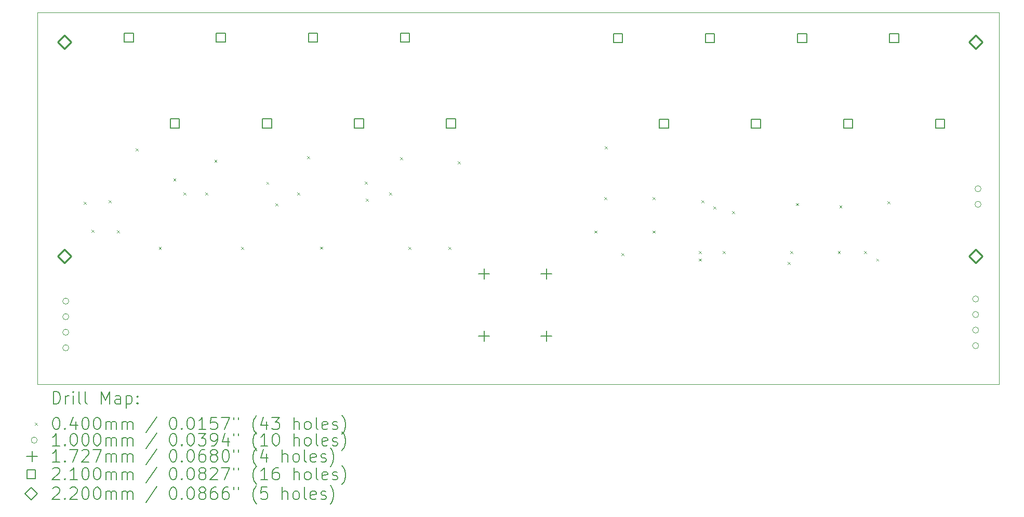
<source format=gbr>
%TF.GenerationSoftware,KiCad,Pcbnew,8.0.3*%
%TF.CreationDate,2024-11-15T02:32:15-08:00*%
%TF.ProjectId,Power_Distribution,506f7765-725f-4446-9973-747269627574,rev?*%
%TF.SameCoordinates,Original*%
%TF.FileFunction,Drillmap*%
%TF.FilePolarity,Positive*%
%FSLAX45Y45*%
G04 Gerber Fmt 4.5, Leading zero omitted, Abs format (unit mm)*
G04 Created by KiCad (PCBNEW 8.0.3) date 2024-11-15 02:32:15*
%MOMM*%
%LPD*%
G01*
G04 APERTURE LIST*
%ADD10C,0.100000*%
%ADD11C,0.200000*%
%ADD12C,0.172720*%
%ADD13C,0.210000*%
%ADD14C,0.220000*%
G04 APERTURE END LIST*
D10*
X14568154Y-8906776D02*
X30240624Y-8906776D01*
X30240624Y-14977646D01*
X14568154Y-14977646D01*
X14568154Y-8906776D01*
D11*
D10*
X15321600Y-11994200D02*
X15361600Y-12034200D01*
X15361600Y-11994200D02*
X15321600Y-12034200D01*
X15448600Y-12451400D02*
X15488600Y-12491400D01*
X15488600Y-12451400D02*
X15448600Y-12491400D01*
X15728000Y-11968800D02*
X15768000Y-12008800D01*
X15768000Y-11968800D02*
X15728000Y-12008800D01*
X15864382Y-12461841D02*
X15904382Y-12501841D01*
X15904382Y-12461841D02*
X15864382Y-12501841D01*
X16165610Y-11124241D02*
X16205610Y-11164241D01*
X16205610Y-11124241D02*
X16165610Y-11164241D01*
X16542500Y-12732500D02*
X16582500Y-12772500D01*
X16582500Y-12732500D02*
X16542500Y-12772500D01*
X16780000Y-11615000D02*
X16820000Y-11655000D01*
X16820000Y-11615000D02*
X16780000Y-11655000D01*
X16947200Y-11841800D02*
X16987200Y-11881800D01*
X16987200Y-11841800D02*
X16947200Y-11881800D01*
X17302800Y-11841800D02*
X17342800Y-11881800D01*
X17342800Y-11841800D02*
X17302800Y-11881800D01*
X17449020Y-11308022D02*
X17489020Y-11348022D01*
X17489020Y-11308022D02*
X17449020Y-11348022D01*
X17882500Y-12732500D02*
X17922500Y-12772500D01*
X17922500Y-12732500D02*
X17882500Y-12772500D01*
X18295000Y-11670000D02*
X18335000Y-11710000D01*
X18335000Y-11670000D02*
X18295000Y-11710000D01*
X18445800Y-12019600D02*
X18485800Y-12059600D01*
X18485800Y-12019600D02*
X18445800Y-12059600D01*
X18801400Y-11841800D02*
X18841400Y-11881800D01*
X18841400Y-11841800D02*
X18801400Y-11881800D01*
X18959452Y-11250885D02*
X18999452Y-11290885D01*
X18999452Y-11250885D02*
X18959452Y-11290885D01*
X19175000Y-12727500D02*
X19215000Y-12767500D01*
X19215000Y-12727500D02*
X19175000Y-12767500D01*
X19900000Y-11665000D02*
X19940000Y-11705000D01*
X19940000Y-11665000D02*
X19900000Y-11705000D01*
X19919000Y-11943400D02*
X19959000Y-11983400D01*
X19959000Y-11943400D02*
X19919000Y-11983400D01*
X20300000Y-11841800D02*
X20340000Y-11881800D01*
X20340000Y-11841800D02*
X20300000Y-11881800D01*
X20478517Y-11269949D02*
X20518517Y-11309949D01*
X20518517Y-11269949D02*
X20478517Y-11309949D01*
X20610000Y-12732500D02*
X20650000Y-12772500D01*
X20650000Y-12732500D02*
X20610000Y-12772500D01*
X21265200Y-12730800D02*
X21305200Y-12770800D01*
X21305200Y-12730800D02*
X21265200Y-12770800D01*
X21417600Y-11333800D02*
X21457600Y-11373800D01*
X21457600Y-11333800D02*
X21417600Y-11373800D01*
X23642500Y-12465000D02*
X23682500Y-12505000D01*
X23682500Y-12465000D02*
X23642500Y-12505000D01*
X23805200Y-11918000D02*
X23845200Y-11958000D01*
X23845200Y-11918000D02*
X23805200Y-11958000D01*
X23812500Y-11090000D02*
X23852500Y-11130000D01*
X23852500Y-11090000D02*
X23812500Y-11130000D01*
X24083045Y-12836433D02*
X24123045Y-12876433D01*
X24123045Y-12836433D02*
X24083045Y-12876433D01*
X24592600Y-11918000D02*
X24632600Y-11958000D01*
X24632600Y-11918000D02*
X24592600Y-11958000D01*
X24592600Y-12465000D02*
X24632600Y-12505000D01*
X24632600Y-12465000D02*
X24592600Y-12505000D01*
X25342500Y-12797500D02*
X25382500Y-12837500D01*
X25382500Y-12797500D02*
X25342500Y-12837500D01*
X25347500Y-12922500D02*
X25387500Y-12962500D01*
X25387500Y-12922500D02*
X25347500Y-12962500D01*
X25385000Y-11967500D02*
X25425000Y-12007500D01*
X25425000Y-11967500D02*
X25385000Y-12007500D01*
X25583200Y-12070400D02*
X25623200Y-12110400D01*
X25623200Y-12070400D02*
X25583200Y-12110400D01*
X25735600Y-12797500D02*
X25775600Y-12837500D01*
X25775600Y-12797500D02*
X25735600Y-12837500D01*
X25888000Y-12146600D02*
X25928000Y-12186600D01*
X25928000Y-12146600D02*
X25888000Y-12186600D01*
X26792500Y-12977500D02*
X26832500Y-13017500D01*
X26832500Y-12977500D02*
X26792500Y-13017500D01*
X26832500Y-12797500D02*
X26872500Y-12837500D01*
X26872500Y-12797500D02*
X26832500Y-12837500D01*
X26925000Y-12017500D02*
X26965000Y-12057500D01*
X26965000Y-12017500D02*
X26925000Y-12057500D01*
X27610120Y-12797500D02*
X27650120Y-12837500D01*
X27650120Y-12797500D02*
X27610120Y-12837500D01*
X27635520Y-12055160D02*
X27675520Y-12095160D01*
X27675520Y-12055160D02*
X27635520Y-12095160D01*
X28040000Y-12802500D02*
X28080000Y-12842500D01*
X28080000Y-12802500D02*
X28040000Y-12842500D01*
X28235000Y-12922500D02*
X28275000Y-12962500D01*
X28275000Y-12922500D02*
X28235000Y-12962500D01*
X28415000Y-11987500D02*
X28455000Y-12027500D01*
X28455000Y-11987500D02*
X28415000Y-12027500D01*
X15077500Y-13618000D02*
G75*
G02*
X14977500Y-13618000I-50000J0D01*
G01*
X14977500Y-13618000D02*
G75*
G02*
X15077500Y-13618000I50000J0D01*
G01*
X15077500Y-13872000D02*
G75*
G02*
X14977500Y-13872000I-50000J0D01*
G01*
X14977500Y-13872000D02*
G75*
G02*
X15077500Y-13872000I50000J0D01*
G01*
X15077500Y-14126000D02*
G75*
G02*
X14977500Y-14126000I-50000J0D01*
G01*
X14977500Y-14126000D02*
G75*
G02*
X15077500Y-14126000I50000J0D01*
G01*
X15077500Y-14380000D02*
G75*
G02*
X14977500Y-14380000I-50000J0D01*
G01*
X14977500Y-14380000D02*
G75*
G02*
X15077500Y-14380000I50000J0D01*
G01*
X29905000Y-13582500D02*
G75*
G02*
X29805000Y-13582500I-50000J0D01*
G01*
X29805000Y-13582500D02*
G75*
G02*
X29905000Y-13582500I50000J0D01*
G01*
X29905000Y-13836500D02*
G75*
G02*
X29805000Y-13836500I-50000J0D01*
G01*
X29805000Y-13836500D02*
G75*
G02*
X29905000Y-13836500I50000J0D01*
G01*
X29905000Y-14090500D02*
G75*
G02*
X29805000Y-14090500I-50000J0D01*
G01*
X29805000Y-14090500D02*
G75*
G02*
X29905000Y-14090500I50000J0D01*
G01*
X29905000Y-14344500D02*
G75*
G02*
X29805000Y-14344500I-50000J0D01*
G01*
X29805000Y-14344500D02*
G75*
G02*
X29905000Y-14344500I50000J0D01*
G01*
X29943300Y-11783600D02*
G75*
G02*
X29843300Y-11783600I-50000J0D01*
G01*
X29843300Y-11783600D02*
G75*
G02*
X29943300Y-11783600I50000J0D01*
G01*
X29943300Y-12037600D02*
G75*
G02*
X29843300Y-12037600I-50000J0D01*
G01*
X29843300Y-12037600D02*
G75*
G02*
X29943300Y-12037600I50000J0D01*
G01*
D12*
X21844000Y-13082640D02*
X21844000Y-13255360D01*
X21757640Y-13169000D02*
X21930360Y-13169000D01*
X21844000Y-14098640D02*
X21844000Y-14271360D01*
X21757640Y-14185000D02*
X21930360Y-14185000D01*
X22860000Y-13082640D02*
X22860000Y-13255360D01*
X22773640Y-13169000D02*
X22946360Y-13169000D01*
X22860000Y-14098640D02*
X22860000Y-14271360D01*
X22773640Y-14185000D02*
X22946360Y-14185000D01*
D13*
X16130447Y-9390297D02*
X16130447Y-9241803D01*
X15981953Y-9241803D01*
X15981953Y-9390297D01*
X16130447Y-9390297D01*
X16880447Y-10790297D02*
X16880447Y-10641803D01*
X16731953Y-10641803D01*
X16731953Y-10790297D01*
X16880447Y-10790297D01*
X17630447Y-9390297D02*
X17630447Y-9241803D01*
X17481953Y-9241803D01*
X17481953Y-9390297D01*
X17630447Y-9390297D01*
X18380447Y-10790297D02*
X18380447Y-10641803D01*
X18231953Y-10641803D01*
X18231953Y-10790297D01*
X18380447Y-10790297D01*
X19130447Y-9390297D02*
X19130447Y-9241803D01*
X18981953Y-9241803D01*
X18981953Y-9390297D01*
X19130447Y-9390297D01*
X19880447Y-10790297D02*
X19880447Y-10641803D01*
X19731953Y-10641803D01*
X19731953Y-10790297D01*
X19880447Y-10790297D01*
X20630447Y-9390297D02*
X20630447Y-9241803D01*
X20481953Y-9241803D01*
X20481953Y-9390297D01*
X20630447Y-9390297D01*
X21380447Y-10790297D02*
X21380447Y-10641803D01*
X21231953Y-10641803D01*
X21231953Y-10790297D01*
X21380447Y-10790297D01*
X24101247Y-9396047D02*
X24101247Y-9247553D01*
X23952753Y-9247553D01*
X23952753Y-9396047D01*
X24101247Y-9396047D01*
X24851247Y-10796047D02*
X24851247Y-10647553D01*
X24702753Y-10647553D01*
X24702753Y-10796047D01*
X24851247Y-10796047D01*
X25601247Y-9396047D02*
X25601247Y-9247553D01*
X25452753Y-9247553D01*
X25452753Y-9396047D01*
X25601247Y-9396047D01*
X26351247Y-10796047D02*
X26351247Y-10647553D01*
X26202753Y-10647553D01*
X26202753Y-10796047D01*
X26351247Y-10796047D01*
X27101247Y-9396047D02*
X27101247Y-9247553D01*
X26952753Y-9247553D01*
X26952753Y-9396047D01*
X27101247Y-9396047D01*
X27851247Y-10796047D02*
X27851247Y-10647553D01*
X27702753Y-10647553D01*
X27702753Y-10796047D01*
X27851247Y-10796047D01*
X28601247Y-9396047D02*
X28601247Y-9247553D01*
X28452753Y-9247553D01*
X28452753Y-9396047D01*
X28601247Y-9396047D01*
X29351247Y-10796047D02*
X29351247Y-10647553D01*
X29202753Y-10647553D01*
X29202753Y-10796047D01*
X29351247Y-10796047D01*
D14*
X15005000Y-9492500D02*
X15115000Y-9382500D01*
X15005000Y-9272500D01*
X14895000Y-9382500D01*
X15005000Y-9492500D01*
X15005000Y-12992500D02*
X15115000Y-12882500D01*
X15005000Y-12772500D01*
X14895000Y-12882500D01*
X15005000Y-12992500D01*
X15005000Y-12992500D02*
X15115000Y-12882500D01*
X15005000Y-12772500D01*
X14895000Y-12882500D01*
X15005000Y-12992500D01*
X29855000Y-9492500D02*
X29965000Y-9382500D01*
X29855000Y-9272500D01*
X29745000Y-9382500D01*
X29855000Y-9492500D01*
X29855000Y-12992500D02*
X29965000Y-12882500D01*
X29855000Y-12772500D01*
X29745000Y-12882500D01*
X29855000Y-12992500D01*
D11*
X14823931Y-15294130D02*
X14823931Y-15094130D01*
X14823931Y-15094130D02*
X14871550Y-15094130D01*
X14871550Y-15094130D02*
X14900121Y-15103654D01*
X14900121Y-15103654D02*
X14919169Y-15122701D01*
X14919169Y-15122701D02*
X14928693Y-15141749D01*
X14928693Y-15141749D02*
X14938216Y-15179844D01*
X14938216Y-15179844D02*
X14938216Y-15208416D01*
X14938216Y-15208416D02*
X14928693Y-15246511D01*
X14928693Y-15246511D02*
X14919169Y-15265558D01*
X14919169Y-15265558D02*
X14900121Y-15284606D01*
X14900121Y-15284606D02*
X14871550Y-15294130D01*
X14871550Y-15294130D02*
X14823931Y-15294130D01*
X15023931Y-15294130D02*
X15023931Y-15160796D01*
X15023931Y-15198892D02*
X15033454Y-15179844D01*
X15033454Y-15179844D02*
X15042978Y-15170320D01*
X15042978Y-15170320D02*
X15062026Y-15160796D01*
X15062026Y-15160796D02*
X15081074Y-15160796D01*
X15147740Y-15294130D02*
X15147740Y-15160796D01*
X15147740Y-15094130D02*
X15138216Y-15103654D01*
X15138216Y-15103654D02*
X15147740Y-15113177D01*
X15147740Y-15113177D02*
X15157264Y-15103654D01*
X15157264Y-15103654D02*
X15147740Y-15094130D01*
X15147740Y-15094130D02*
X15147740Y-15113177D01*
X15271550Y-15294130D02*
X15252502Y-15284606D01*
X15252502Y-15284606D02*
X15242978Y-15265558D01*
X15242978Y-15265558D02*
X15242978Y-15094130D01*
X15376312Y-15294130D02*
X15357264Y-15284606D01*
X15357264Y-15284606D02*
X15347740Y-15265558D01*
X15347740Y-15265558D02*
X15347740Y-15094130D01*
X15604883Y-15294130D02*
X15604883Y-15094130D01*
X15604883Y-15094130D02*
X15671550Y-15236987D01*
X15671550Y-15236987D02*
X15738216Y-15094130D01*
X15738216Y-15094130D02*
X15738216Y-15294130D01*
X15919169Y-15294130D02*
X15919169Y-15189368D01*
X15919169Y-15189368D02*
X15909645Y-15170320D01*
X15909645Y-15170320D02*
X15890597Y-15160796D01*
X15890597Y-15160796D02*
X15852502Y-15160796D01*
X15852502Y-15160796D02*
X15833454Y-15170320D01*
X15919169Y-15284606D02*
X15900121Y-15294130D01*
X15900121Y-15294130D02*
X15852502Y-15294130D01*
X15852502Y-15294130D02*
X15833454Y-15284606D01*
X15833454Y-15284606D02*
X15823931Y-15265558D01*
X15823931Y-15265558D02*
X15823931Y-15246511D01*
X15823931Y-15246511D02*
X15833454Y-15227463D01*
X15833454Y-15227463D02*
X15852502Y-15217939D01*
X15852502Y-15217939D02*
X15900121Y-15217939D01*
X15900121Y-15217939D02*
X15919169Y-15208416D01*
X16014407Y-15160796D02*
X16014407Y-15360796D01*
X16014407Y-15170320D02*
X16033454Y-15160796D01*
X16033454Y-15160796D02*
X16071550Y-15160796D01*
X16071550Y-15160796D02*
X16090597Y-15170320D01*
X16090597Y-15170320D02*
X16100121Y-15179844D01*
X16100121Y-15179844D02*
X16109645Y-15198892D01*
X16109645Y-15198892D02*
X16109645Y-15256035D01*
X16109645Y-15256035D02*
X16100121Y-15275082D01*
X16100121Y-15275082D02*
X16090597Y-15284606D01*
X16090597Y-15284606D02*
X16071550Y-15294130D01*
X16071550Y-15294130D02*
X16033454Y-15294130D01*
X16033454Y-15294130D02*
X16014407Y-15284606D01*
X16195359Y-15275082D02*
X16204883Y-15284606D01*
X16204883Y-15284606D02*
X16195359Y-15294130D01*
X16195359Y-15294130D02*
X16185835Y-15284606D01*
X16185835Y-15284606D02*
X16195359Y-15275082D01*
X16195359Y-15275082D02*
X16195359Y-15294130D01*
X16195359Y-15170320D02*
X16204883Y-15179844D01*
X16204883Y-15179844D02*
X16195359Y-15189368D01*
X16195359Y-15189368D02*
X16185835Y-15179844D01*
X16185835Y-15179844D02*
X16195359Y-15170320D01*
X16195359Y-15170320D02*
X16195359Y-15189368D01*
D10*
X14523154Y-15602646D02*
X14563154Y-15642646D01*
X14563154Y-15602646D02*
X14523154Y-15642646D01*
D11*
X14862026Y-15514130D02*
X14881074Y-15514130D01*
X14881074Y-15514130D02*
X14900121Y-15523654D01*
X14900121Y-15523654D02*
X14909645Y-15533177D01*
X14909645Y-15533177D02*
X14919169Y-15552225D01*
X14919169Y-15552225D02*
X14928693Y-15590320D01*
X14928693Y-15590320D02*
X14928693Y-15637939D01*
X14928693Y-15637939D02*
X14919169Y-15676035D01*
X14919169Y-15676035D02*
X14909645Y-15695082D01*
X14909645Y-15695082D02*
X14900121Y-15704606D01*
X14900121Y-15704606D02*
X14881074Y-15714130D01*
X14881074Y-15714130D02*
X14862026Y-15714130D01*
X14862026Y-15714130D02*
X14842978Y-15704606D01*
X14842978Y-15704606D02*
X14833454Y-15695082D01*
X14833454Y-15695082D02*
X14823931Y-15676035D01*
X14823931Y-15676035D02*
X14814407Y-15637939D01*
X14814407Y-15637939D02*
X14814407Y-15590320D01*
X14814407Y-15590320D02*
X14823931Y-15552225D01*
X14823931Y-15552225D02*
X14833454Y-15533177D01*
X14833454Y-15533177D02*
X14842978Y-15523654D01*
X14842978Y-15523654D02*
X14862026Y-15514130D01*
X15014407Y-15695082D02*
X15023931Y-15704606D01*
X15023931Y-15704606D02*
X15014407Y-15714130D01*
X15014407Y-15714130D02*
X15004883Y-15704606D01*
X15004883Y-15704606D02*
X15014407Y-15695082D01*
X15014407Y-15695082D02*
X15014407Y-15714130D01*
X15195359Y-15580796D02*
X15195359Y-15714130D01*
X15147740Y-15504606D02*
X15100121Y-15647463D01*
X15100121Y-15647463D02*
X15223931Y-15647463D01*
X15338216Y-15514130D02*
X15357264Y-15514130D01*
X15357264Y-15514130D02*
X15376312Y-15523654D01*
X15376312Y-15523654D02*
X15385835Y-15533177D01*
X15385835Y-15533177D02*
X15395359Y-15552225D01*
X15395359Y-15552225D02*
X15404883Y-15590320D01*
X15404883Y-15590320D02*
X15404883Y-15637939D01*
X15404883Y-15637939D02*
X15395359Y-15676035D01*
X15395359Y-15676035D02*
X15385835Y-15695082D01*
X15385835Y-15695082D02*
X15376312Y-15704606D01*
X15376312Y-15704606D02*
X15357264Y-15714130D01*
X15357264Y-15714130D02*
X15338216Y-15714130D01*
X15338216Y-15714130D02*
X15319169Y-15704606D01*
X15319169Y-15704606D02*
X15309645Y-15695082D01*
X15309645Y-15695082D02*
X15300121Y-15676035D01*
X15300121Y-15676035D02*
X15290597Y-15637939D01*
X15290597Y-15637939D02*
X15290597Y-15590320D01*
X15290597Y-15590320D02*
X15300121Y-15552225D01*
X15300121Y-15552225D02*
X15309645Y-15533177D01*
X15309645Y-15533177D02*
X15319169Y-15523654D01*
X15319169Y-15523654D02*
X15338216Y-15514130D01*
X15528693Y-15514130D02*
X15547740Y-15514130D01*
X15547740Y-15514130D02*
X15566788Y-15523654D01*
X15566788Y-15523654D02*
X15576312Y-15533177D01*
X15576312Y-15533177D02*
X15585835Y-15552225D01*
X15585835Y-15552225D02*
X15595359Y-15590320D01*
X15595359Y-15590320D02*
X15595359Y-15637939D01*
X15595359Y-15637939D02*
X15585835Y-15676035D01*
X15585835Y-15676035D02*
X15576312Y-15695082D01*
X15576312Y-15695082D02*
X15566788Y-15704606D01*
X15566788Y-15704606D02*
X15547740Y-15714130D01*
X15547740Y-15714130D02*
X15528693Y-15714130D01*
X15528693Y-15714130D02*
X15509645Y-15704606D01*
X15509645Y-15704606D02*
X15500121Y-15695082D01*
X15500121Y-15695082D02*
X15490597Y-15676035D01*
X15490597Y-15676035D02*
X15481074Y-15637939D01*
X15481074Y-15637939D02*
X15481074Y-15590320D01*
X15481074Y-15590320D02*
X15490597Y-15552225D01*
X15490597Y-15552225D02*
X15500121Y-15533177D01*
X15500121Y-15533177D02*
X15509645Y-15523654D01*
X15509645Y-15523654D02*
X15528693Y-15514130D01*
X15681074Y-15714130D02*
X15681074Y-15580796D01*
X15681074Y-15599844D02*
X15690597Y-15590320D01*
X15690597Y-15590320D02*
X15709645Y-15580796D01*
X15709645Y-15580796D02*
X15738216Y-15580796D01*
X15738216Y-15580796D02*
X15757264Y-15590320D01*
X15757264Y-15590320D02*
X15766788Y-15609368D01*
X15766788Y-15609368D02*
X15766788Y-15714130D01*
X15766788Y-15609368D02*
X15776312Y-15590320D01*
X15776312Y-15590320D02*
X15795359Y-15580796D01*
X15795359Y-15580796D02*
X15823931Y-15580796D01*
X15823931Y-15580796D02*
X15842978Y-15590320D01*
X15842978Y-15590320D02*
X15852502Y-15609368D01*
X15852502Y-15609368D02*
X15852502Y-15714130D01*
X15947740Y-15714130D02*
X15947740Y-15580796D01*
X15947740Y-15599844D02*
X15957264Y-15590320D01*
X15957264Y-15590320D02*
X15976312Y-15580796D01*
X15976312Y-15580796D02*
X16004883Y-15580796D01*
X16004883Y-15580796D02*
X16023931Y-15590320D01*
X16023931Y-15590320D02*
X16033455Y-15609368D01*
X16033455Y-15609368D02*
X16033455Y-15714130D01*
X16033455Y-15609368D02*
X16042978Y-15590320D01*
X16042978Y-15590320D02*
X16062026Y-15580796D01*
X16062026Y-15580796D02*
X16090597Y-15580796D01*
X16090597Y-15580796D02*
X16109645Y-15590320D01*
X16109645Y-15590320D02*
X16119169Y-15609368D01*
X16119169Y-15609368D02*
X16119169Y-15714130D01*
X16509645Y-15504606D02*
X16338217Y-15761749D01*
X16766788Y-15514130D02*
X16785836Y-15514130D01*
X16785836Y-15514130D02*
X16804883Y-15523654D01*
X16804883Y-15523654D02*
X16814407Y-15533177D01*
X16814407Y-15533177D02*
X16823931Y-15552225D01*
X16823931Y-15552225D02*
X16833455Y-15590320D01*
X16833455Y-15590320D02*
X16833455Y-15637939D01*
X16833455Y-15637939D02*
X16823931Y-15676035D01*
X16823931Y-15676035D02*
X16814407Y-15695082D01*
X16814407Y-15695082D02*
X16804883Y-15704606D01*
X16804883Y-15704606D02*
X16785836Y-15714130D01*
X16785836Y-15714130D02*
X16766788Y-15714130D01*
X16766788Y-15714130D02*
X16747740Y-15704606D01*
X16747740Y-15704606D02*
X16738217Y-15695082D01*
X16738217Y-15695082D02*
X16728693Y-15676035D01*
X16728693Y-15676035D02*
X16719169Y-15637939D01*
X16719169Y-15637939D02*
X16719169Y-15590320D01*
X16719169Y-15590320D02*
X16728693Y-15552225D01*
X16728693Y-15552225D02*
X16738217Y-15533177D01*
X16738217Y-15533177D02*
X16747740Y-15523654D01*
X16747740Y-15523654D02*
X16766788Y-15514130D01*
X16919169Y-15695082D02*
X16928693Y-15704606D01*
X16928693Y-15704606D02*
X16919169Y-15714130D01*
X16919169Y-15714130D02*
X16909645Y-15704606D01*
X16909645Y-15704606D02*
X16919169Y-15695082D01*
X16919169Y-15695082D02*
X16919169Y-15714130D01*
X17052502Y-15514130D02*
X17071550Y-15514130D01*
X17071550Y-15514130D02*
X17090598Y-15523654D01*
X17090598Y-15523654D02*
X17100121Y-15533177D01*
X17100121Y-15533177D02*
X17109645Y-15552225D01*
X17109645Y-15552225D02*
X17119169Y-15590320D01*
X17119169Y-15590320D02*
X17119169Y-15637939D01*
X17119169Y-15637939D02*
X17109645Y-15676035D01*
X17109645Y-15676035D02*
X17100121Y-15695082D01*
X17100121Y-15695082D02*
X17090598Y-15704606D01*
X17090598Y-15704606D02*
X17071550Y-15714130D01*
X17071550Y-15714130D02*
X17052502Y-15714130D01*
X17052502Y-15714130D02*
X17033455Y-15704606D01*
X17033455Y-15704606D02*
X17023931Y-15695082D01*
X17023931Y-15695082D02*
X17014407Y-15676035D01*
X17014407Y-15676035D02*
X17004883Y-15637939D01*
X17004883Y-15637939D02*
X17004883Y-15590320D01*
X17004883Y-15590320D02*
X17014407Y-15552225D01*
X17014407Y-15552225D02*
X17023931Y-15533177D01*
X17023931Y-15533177D02*
X17033455Y-15523654D01*
X17033455Y-15523654D02*
X17052502Y-15514130D01*
X17309645Y-15714130D02*
X17195360Y-15714130D01*
X17252502Y-15714130D02*
X17252502Y-15514130D01*
X17252502Y-15514130D02*
X17233455Y-15542701D01*
X17233455Y-15542701D02*
X17214407Y-15561749D01*
X17214407Y-15561749D02*
X17195360Y-15571273D01*
X17490598Y-15514130D02*
X17395360Y-15514130D01*
X17395360Y-15514130D02*
X17385836Y-15609368D01*
X17385836Y-15609368D02*
X17395360Y-15599844D01*
X17395360Y-15599844D02*
X17414407Y-15590320D01*
X17414407Y-15590320D02*
X17462026Y-15590320D01*
X17462026Y-15590320D02*
X17481074Y-15599844D01*
X17481074Y-15599844D02*
X17490598Y-15609368D01*
X17490598Y-15609368D02*
X17500121Y-15628416D01*
X17500121Y-15628416D02*
X17500121Y-15676035D01*
X17500121Y-15676035D02*
X17490598Y-15695082D01*
X17490598Y-15695082D02*
X17481074Y-15704606D01*
X17481074Y-15704606D02*
X17462026Y-15714130D01*
X17462026Y-15714130D02*
X17414407Y-15714130D01*
X17414407Y-15714130D02*
X17395360Y-15704606D01*
X17395360Y-15704606D02*
X17385836Y-15695082D01*
X17566788Y-15514130D02*
X17700121Y-15514130D01*
X17700121Y-15514130D02*
X17614407Y-15714130D01*
X17766788Y-15514130D02*
X17766788Y-15552225D01*
X17842979Y-15514130D02*
X17842979Y-15552225D01*
X18138217Y-15790320D02*
X18128693Y-15780796D01*
X18128693Y-15780796D02*
X18109645Y-15752225D01*
X18109645Y-15752225D02*
X18100122Y-15733177D01*
X18100122Y-15733177D02*
X18090598Y-15704606D01*
X18090598Y-15704606D02*
X18081074Y-15656987D01*
X18081074Y-15656987D02*
X18081074Y-15618892D01*
X18081074Y-15618892D02*
X18090598Y-15571273D01*
X18090598Y-15571273D02*
X18100122Y-15542701D01*
X18100122Y-15542701D02*
X18109645Y-15523654D01*
X18109645Y-15523654D02*
X18128693Y-15495082D01*
X18128693Y-15495082D02*
X18138217Y-15485558D01*
X18300122Y-15580796D02*
X18300122Y-15714130D01*
X18252502Y-15504606D02*
X18204883Y-15647463D01*
X18204883Y-15647463D02*
X18328693Y-15647463D01*
X18385836Y-15514130D02*
X18509645Y-15514130D01*
X18509645Y-15514130D02*
X18442979Y-15590320D01*
X18442979Y-15590320D02*
X18471550Y-15590320D01*
X18471550Y-15590320D02*
X18490598Y-15599844D01*
X18490598Y-15599844D02*
X18500122Y-15609368D01*
X18500122Y-15609368D02*
X18509645Y-15628416D01*
X18509645Y-15628416D02*
X18509645Y-15676035D01*
X18509645Y-15676035D02*
X18500122Y-15695082D01*
X18500122Y-15695082D02*
X18490598Y-15704606D01*
X18490598Y-15704606D02*
X18471550Y-15714130D01*
X18471550Y-15714130D02*
X18414407Y-15714130D01*
X18414407Y-15714130D02*
X18395360Y-15704606D01*
X18395360Y-15704606D02*
X18385836Y-15695082D01*
X18747741Y-15714130D02*
X18747741Y-15514130D01*
X18833455Y-15714130D02*
X18833455Y-15609368D01*
X18833455Y-15609368D02*
X18823931Y-15590320D01*
X18823931Y-15590320D02*
X18804884Y-15580796D01*
X18804884Y-15580796D02*
X18776312Y-15580796D01*
X18776312Y-15580796D02*
X18757264Y-15590320D01*
X18757264Y-15590320D02*
X18747741Y-15599844D01*
X18957264Y-15714130D02*
X18938217Y-15704606D01*
X18938217Y-15704606D02*
X18928693Y-15695082D01*
X18928693Y-15695082D02*
X18919169Y-15676035D01*
X18919169Y-15676035D02*
X18919169Y-15618892D01*
X18919169Y-15618892D02*
X18928693Y-15599844D01*
X18928693Y-15599844D02*
X18938217Y-15590320D01*
X18938217Y-15590320D02*
X18957264Y-15580796D01*
X18957264Y-15580796D02*
X18985836Y-15580796D01*
X18985836Y-15580796D02*
X19004884Y-15590320D01*
X19004884Y-15590320D02*
X19014407Y-15599844D01*
X19014407Y-15599844D02*
X19023931Y-15618892D01*
X19023931Y-15618892D02*
X19023931Y-15676035D01*
X19023931Y-15676035D02*
X19014407Y-15695082D01*
X19014407Y-15695082D02*
X19004884Y-15704606D01*
X19004884Y-15704606D02*
X18985836Y-15714130D01*
X18985836Y-15714130D02*
X18957264Y-15714130D01*
X19138217Y-15714130D02*
X19119169Y-15704606D01*
X19119169Y-15704606D02*
X19109645Y-15685558D01*
X19109645Y-15685558D02*
X19109645Y-15514130D01*
X19290598Y-15704606D02*
X19271550Y-15714130D01*
X19271550Y-15714130D02*
X19233455Y-15714130D01*
X19233455Y-15714130D02*
X19214407Y-15704606D01*
X19214407Y-15704606D02*
X19204884Y-15685558D01*
X19204884Y-15685558D02*
X19204884Y-15609368D01*
X19204884Y-15609368D02*
X19214407Y-15590320D01*
X19214407Y-15590320D02*
X19233455Y-15580796D01*
X19233455Y-15580796D02*
X19271550Y-15580796D01*
X19271550Y-15580796D02*
X19290598Y-15590320D01*
X19290598Y-15590320D02*
X19300122Y-15609368D01*
X19300122Y-15609368D02*
X19300122Y-15628416D01*
X19300122Y-15628416D02*
X19204884Y-15647463D01*
X19376312Y-15704606D02*
X19395360Y-15714130D01*
X19395360Y-15714130D02*
X19433455Y-15714130D01*
X19433455Y-15714130D02*
X19452503Y-15704606D01*
X19452503Y-15704606D02*
X19462026Y-15685558D01*
X19462026Y-15685558D02*
X19462026Y-15676035D01*
X19462026Y-15676035D02*
X19452503Y-15656987D01*
X19452503Y-15656987D02*
X19433455Y-15647463D01*
X19433455Y-15647463D02*
X19404884Y-15647463D01*
X19404884Y-15647463D02*
X19385836Y-15637939D01*
X19385836Y-15637939D02*
X19376312Y-15618892D01*
X19376312Y-15618892D02*
X19376312Y-15609368D01*
X19376312Y-15609368D02*
X19385836Y-15590320D01*
X19385836Y-15590320D02*
X19404884Y-15580796D01*
X19404884Y-15580796D02*
X19433455Y-15580796D01*
X19433455Y-15580796D02*
X19452503Y-15590320D01*
X19528693Y-15790320D02*
X19538217Y-15780796D01*
X19538217Y-15780796D02*
X19557265Y-15752225D01*
X19557265Y-15752225D02*
X19566788Y-15733177D01*
X19566788Y-15733177D02*
X19576312Y-15704606D01*
X19576312Y-15704606D02*
X19585836Y-15656987D01*
X19585836Y-15656987D02*
X19585836Y-15618892D01*
X19585836Y-15618892D02*
X19576312Y-15571273D01*
X19576312Y-15571273D02*
X19566788Y-15542701D01*
X19566788Y-15542701D02*
X19557265Y-15523654D01*
X19557265Y-15523654D02*
X19538217Y-15495082D01*
X19538217Y-15495082D02*
X19528693Y-15485558D01*
D10*
X14563154Y-15886646D02*
G75*
G02*
X14463154Y-15886646I-50000J0D01*
G01*
X14463154Y-15886646D02*
G75*
G02*
X14563154Y-15886646I50000J0D01*
G01*
D11*
X14928693Y-15978130D02*
X14814407Y-15978130D01*
X14871550Y-15978130D02*
X14871550Y-15778130D01*
X14871550Y-15778130D02*
X14852502Y-15806701D01*
X14852502Y-15806701D02*
X14833454Y-15825749D01*
X14833454Y-15825749D02*
X14814407Y-15835273D01*
X15014407Y-15959082D02*
X15023931Y-15968606D01*
X15023931Y-15968606D02*
X15014407Y-15978130D01*
X15014407Y-15978130D02*
X15004883Y-15968606D01*
X15004883Y-15968606D02*
X15014407Y-15959082D01*
X15014407Y-15959082D02*
X15014407Y-15978130D01*
X15147740Y-15778130D02*
X15166788Y-15778130D01*
X15166788Y-15778130D02*
X15185835Y-15787654D01*
X15185835Y-15787654D02*
X15195359Y-15797177D01*
X15195359Y-15797177D02*
X15204883Y-15816225D01*
X15204883Y-15816225D02*
X15214407Y-15854320D01*
X15214407Y-15854320D02*
X15214407Y-15901939D01*
X15214407Y-15901939D02*
X15204883Y-15940035D01*
X15204883Y-15940035D02*
X15195359Y-15959082D01*
X15195359Y-15959082D02*
X15185835Y-15968606D01*
X15185835Y-15968606D02*
X15166788Y-15978130D01*
X15166788Y-15978130D02*
X15147740Y-15978130D01*
X15147740Y-15978130D02*
X15128693Y-15968606D01*
X15128693Y-15968606D02*
X15119169Y-15959082D01*
X15119169Y-15959082D02*
X15109645Y-15940035D01*
X15109645Y-15940035D02*
X15100121Y-15901939D01*
X15100121Y-15901939D02*
X15100121Y-15854320D01*
X15100121Y-15854320D02*
X15109645Y-15816225D01*
X15109645Y-15816225D02*
X15119169Y-15797177D01*
X15119169Y-15797177D02*
X15128693Y-15787654D01*
X15128693Y-15787654D02*
X15147740Y-15778130D01*
X15338216Y-15778130D02*
X15357264Y-15778130D01*
X15357264Y-15778130D02*
X15376312Y-15787654D01*
X15376312Y-15787654D02*
X15385835Y-15797177D01*
X15385835Y-15797177D02*
X15395359Y-15816225D01*
X15395359Y-15816225D02*
X15404883Y-15854320D01*
X15404883Y-15854320D02*
X15404883Y-15901939D01*
X15404883Y-15901939D02*
X15395359Y-15940035D01*
X15395359Y-15940035D02*
X15385835Y-15959082D01*
X15385835Y-15959082D02*
X15376312Y-15968606D01*
X15376312Y-15968606D02*
X15357264Y-15978130D01*
X15357264Y-15978130D02*
X15338216Y-15978130D01*
X15338216Y-15978130D02*
X15319169Y-15968606D01*
X15319169Y-15968606D02*
X15309645Y-15959082D01*
X15309645Y-15959082D02*
X15300121Y-15940035D01*
X15300121Y-15940035D02*
X15290597Y-15901939D01*
X15290597Y-15901939D02*
X15290597Y-15854320D01*
X15290597Y-15854320D02*
X15300121Y-15816225D01*
X15300121Y-15816225D02*
X15309645Y-15797177D01*
X15309645Y-15797177D02*
X15319169Y-15787654D01*
X15319169Y-15787654D02*
X15338216Y-15778130D01*
X15528693Y-15778130D02*
X15547740Y-15778130D01*
X15547740Y-15778130D02*
X15566788Y-15787654D01*
X15566788Y-15787654D02*
X15576312Y-15797177D01*
X15576312Y-15797177D02*
X15585835Y-15816225D01*
X15585835Y-15816225D02*
X15595359Y-15854320D01*
X15595359Y-15854320D02*
X15595359Y-15901939D01*
X15595359Y-15901939D02*
X15585835Y-15940035D01*
X15585835Y-15940035D02*
X15576312Y-15959082D01*
X15576312Y-15959082D02*
X15566788Y-15968606D01*
X15566788Y-15968606D02*
X15547740Y-15978130D01*
X15547740Y-15978130D02*
X15528693Y-15978130D01*
X15528693Y-15978130D02*
X15509645Y-15968606D01*
X15509645Y-15968606D02*
X15500121Y-15959082D01*
X15500121Y-15959082D02*
X15490597Y-15940035D01*
X15490597Y-15940035D02*
X15481074Y-15901939D01*
X15481074Y-15901939D02*
X15481074Y-15854320D01*
X15481074Y-15854320D02*
X15490597Y-15816225D01*
X15490597Y-15816225D02*
X15500121Y-15797177D01*
X15500121Y-15797177D02*
X15509645Y-15787654D01*
X15509645Y-15787654D02*
X15528693Y-15778130D01*
X15681074Y-15978130D02*
X15681074Y-15844796D01*
X15681074Y-15863844D02*
X15690597Y-15854320D01*
X15690597Y-15854320D02*
X15709645Y-15844796D01*
X15709645Y-15844796D02*
X15738216Y-15844796D01*
X15738216Y-15844796D02*
X15757264Y-15854320D01*
X15757264Y-15854320D02*
X15766788Y-15873368D01*
X15766788Y-15873368D02*
X15766788Y-15978130D01*
X15766788Y-15873368D02*
X15776312Y-15854320D01*
X15776312Y-15854320D02*
X15795359Y-15844796D01*
X15795359Y-15844796D02*
X15823931Y-15844796D01*
X15823931Y-15844796D02*
X15842978Y-15854320D01*
X15842978Y-15854320D02*
X15852502Y-15873368D01*
X15852502Y-15873368D02*
X15852502Y-15978130D01*
X15947740Y-15978130D02*
X15947740Y-15844796D01*
X15947740Y-15863844D02*
X15957264Y-15854320D01*
X15957264Y-15854320D02*
X15976312Y-15844796D01*
X15976312Y-15844796D02*
X16004883Y-15844796D01*
X16004883Y-15844796D02*
X16023931Y-15854320D01*
X16023931Y-15854320D02*
X16033455Y-15873368D01*
X16033455Y-15873368D02*
X16033455Y-15978130D01*
X16033455Y-15873368D02*
X16042978Y-15854320D01*
X16042978Y-15854320D02*
X16062026Y-15844796D01*
X16062026Y-15844796D02*
X16090597Y-15844796D01*
X16090597Y-15844796D02*
X16109645Y-15854320D01*
X16109645Y-15854320D02*
X16119169Y-15873368D01*
X16119169Y-15873368D02*
X16119169Y-15978130D01*
X16509645Y-15768606D02*
X16338217Y-16025749D01*
X16766788Y-15778130D02*
X16785836Y-15778130D01*
X16785836Y-15778130D02*
X16804883Y-15787654D01*
X16804883Y-15787654D02*
X16814407Y-15797177D01*
X16814407Y-15797177D02*
X16823931Y-15816225D01*
X16823931Y-15816225D02*
X16833455Y-15854320D01*
X16833455Y-15854320D02*
X16833455Y-15901939D01*
X16833455Y-15901939D02*
X16823931Y-15940035D01*
X16823931Y-15940035D02*
X16814407Y-15959082D01*
X16814407Y-15959082D02*
X16804883Y-15968606D01*
X16804883Y-15968606D02*
X16785836Y-15978130D01*
X16785836Y-15978130D02*
X16766788Y-15978130D01*
X16766788Y-15978130D02*
X16747740Y-15968606D01*
X16747740Y-15968606D02*
X16738217Y-15959082D01*
X16738217Y-15959082D02*
X16728693Y-15940035D01*
X16728693Y-15940035D02*
X16719169Y-15901939D01*
X16719169Y-15901939D02*
X16719169Y-15854320D01*
X16719169Y-15854320D02*
X16728693Y-15816225D01*
X16728693Y-15816225D02*
X16738217Y-15797177D01*
X16738217Y-15797177D02*
X16747740Y-15787654D01*
X16747740Y-15787654D02*
X16766788Y-15778130D01*
X16919169Y-15959082D02*
X16928693Y-15968606D01*
X16928693Y-15968606D02*
X16919169Y-15978130D01*
X16919169Y-15978130D02*
X16909645Y-15968606D01*
X16909645Y-15968606D02*
X16919169Y-15959082D01*
X16919169Y-15959082D02*
X16919169Y-15978130D01*
X17052502Y-15778130D02*
X17071550Y-15778130D01*
X17071550Y-15778130D02*
X17090598Y-15787654D01*
X17090598Y-15787654D02*
X17100121Y-15797177D01*
X17100121Y-15797177D02*
X17109645Y-15816225D01*
X17109645Y-15816225D02*
X17119169Y-15854320D01*
X17119169Y-15854320D02*
X17119169Y-15901939D01*
X17119169Y-15901939D02*
X17109645Y-15940035D01*
X17109645Y-15940035D02*
X17100121Y-15959082D01*
X17100121Y-15959082D02*
X17090598Y-15968606D01*
X17090598Y-15968606D02*
X17071550Y-15978130D01*
X17071550Y-15978130D02*
X17052502Y-15978130D01*
X17052502Y-15978130D02*
X17033455Y-15968606D01*
X17033455Y-15968606D02*
X17023931Y-15959082D01*
X17023931Y-15959082D02*
X17014407Y-15940035D01*
X17014407Y-15940035D02*
X17004883Y-15901939D01*
X17004883Y-15901939D02*
X17004883Y-15854320D01*
X17004883Y-15854320D02*
X17014407Y-15816225D01*
X17014407Y-15816225D02*
X17023931Y-15797177D01*
X17023931Y-15797177D02*
X17033455Y-15787654D01*
X17033455Y-15787654D02*
X17052502Y-15778130D01*
X17185836Y-15778130D02*
X17309645Y-15778130D01*
X17309645Y-15778130D02*
X17242979Y-15854320D01*
X17242979Y-15854320D02*
X17271550Y-15854320D01*
X17271550Y-15854320D02*
X17290598Y-15863844D01*
X17290598Y-15863844D02*
X17300121Y-15873368D01*
X17300121Y-15873368D02*
X17309645Y-15892416D01*
X17309645Y-15892416D02*
X17309645Y-15940035D01*
X17309645Y-15940035D02*
X17300121Y-15959082D01*
X17300121Y-15959082D02*
X17290598Y-15968606D01*
X17290598Y-15968606D02*
X17271550Y-15978130D01*
X17271550Y-15978130D02*
X17214407Y-15978130D01*
X17214407Y-15978130D02*
X17195360Y-15968606D01*
X17195360Y-15968606D02*
X17185836Y-15959082D01*
X17404883Y-15978130D02*
X17442979Y-15978130D01*
X17442979Y-15978130D02*
X17462026Y-15968606D01*
X17462026Y-15968606D02*
X17471550Y-15959082D01*
X17471550Y-15959082D02*
X17490598Y-15930511D01*
X17490598Y-15930511D02*
X17500121Y-15892416D01*
X17500121Y-15892416D02*
X17500121Y-15816225D01*
X17500121Y-15816225D02*
X17490598Y-15797177D01*
X17490598Y-15797177D02*
X17481074Y-15787654D01*
X17481074Y-15787654D02*
X17462026Y-15778130D01*
X17462026Y-15778130D02*
X17423931Y-15778130D01*
X17423931Y-15778130D02*
X17404883Y-15787654D01*
X17404883Y-15787654D02*
X17395360Y-15797177D01*
X17395360Y-15797177D02*
X17385836Y-15816225D01*
X17385836Y-15816225D02*
X17385836Y-15863844D01*
X17385836Y-15863844D02*
X17395360Y-15882892D01*
X17395360Y-15882892D02*
X17404883Y-15892416D01*
X17404883Y-15892416D02*
X17423931Y-15901939D01*
X17423931Y-15901939D02*
X17462026Y-15901939D01*
X17462026Y-15901939D02*
X17481074Y-15892416D01*
X17481074Y-15892416D02*
X17490598Y-15882892D01*
X17490598Y-15882892D02*
X17500121Y-15863844D01*
X17671550Y-15844796D02*
X17671550Y-15978130D01*
X17623931Y-15768606D02*
X17576312Y-15911463D01*
X17576312Y-15911463D02*
X17700121Y-15911463D01*
X17766788Y-15778130D02*
X17766788Y-15816225D01*
X17842979Y-15778130D02*
X17842979Y-15816225D01*
X18138217Y-16054320D02*
X18128693Y-16044796D01*
X18128693Y-16044796D02*
X18109645Y-16016225D01*
X18109645Y-16016225D02*
X18100122Y-15997177D01*
X18100122Y-15997177D02*
X18090598Y-15968606D01*
X18090598Y-15968606D02*
X18081074Y-15920987D01*
X18081074Y-15920987D02*
X18081074Y-15882892D01*
X18081074Y-15882892D02*
X18090598Y-15835273D01*
X18090598Y-15835273D02*
X18100122Y-15806701D01*
X18100122Y-15806701D02*
X18109645Y-15787654D01*
X18109645Y-15787654D02*
X18128693Y-15759082D01*
X18128693Y-15759082D02*
X18138217Y-15749558D01*
X18319169Y-15978130D02*
X18204883Y-15978130D01*
X18262026Y-15978130D02*
X18262026Y-15778130D01*
X18262026Y-15778130D02*
X18242979Y-15806701D01*
X18242979Y-15806701D02*
X18223931Y-15825749D01*
X18223931Y-15825749D02*
X18204883Y-15835273D01*
X18442979Y-15778130D02*
X18462026Y-15778130D01*
X18462026Y-15778130D02*
X18481074Y-15787654D01*
X18481074Y-15787654D02*
X18490598Y-15797177D01*
X18490598Y-15797177D02*
X18500122Y-15816225D01*
X18500122Y-15816225D02*
X18509645Y-15854320D01*
X18509645Y-15854320D02*
X18509645Y-15901939D01*
X18509645Y-15901939D02*
X18500122Y-15940035D01*
X18500122Y-15940035D02*
X18490598Y-15959082D01*
X18490598Y-15959082D02*
X18481074Y-15968606D01*
X18481074Y-15968606D02*
X18462026Y-15978130D01*
X18462026Y-15978130D02*
X18442979Y-15978130D01*
X18442979Y-15978130D02*
X18423931Y-15968606D01*
X18423931Y-15968606D02*
X18414407Y-15959082D01*
X18414407Y-15959082D02*
X18404883Y-15940035D01*
X18404883Y-15940035D02*
X18395360Y-15901939D01*
X18395360Y-15901939D02*
X18395360Y-15854320D01*
X18395360Y-15854320D02*
X18404883Y-15816225D01*
X18404883Y-15816225D02*
X18414407Y-15797177D01*
X18414407Y-15797177D02*
X18423931Y-15787654D01*
X18423931Y-15787654D02*
X18442979Y-15778130D01*
X18747741Y-15978130D02*
X18747741Y-15778130D01*
X18833455Y-15978130D02*
X18833455Y-15873368D01*
X18833455Y-15873368D02*
X18823931Y-15854320D01*
X18823931Y-15854320D02*
X18804884Y-15844796D01*
X18804884Y-15844796D02*
X18776312Y-15844796D01*
X18776312Y-15844796D02*
X18757264Y-15854320D01*
X18757264Y-15854320D02*
X18747741Y-15863844D01*
X18957264Y-15978130D02*
X18938217Y-15968606D01*
X18938217Y-15968606D02*
X18928693Y-15959082D01*
X18928693Y-15959082D02*
X18919169Y-15940035D01*
X18919169Y-15940035D02*
X18919169Y-15882892D01*
X18919169Y-15882892D02*
X18928693Y-15863844D01*
X18928693Y-15863844D02*
X18938217Y-15854320D01*
X18938217Y-15854320D02*
X18957264Y-15844796D01*
X18957264Y-15844796D02*
X18985836Y-15844796D01*
X18985836Y-15844796D02*
X19004884Y-15854320D01*
X19004884Y-15854320D02*
X19014407Y-15863844D01*
X19014407Y-15863844D02*
X19023931Y-15882892D01*
X19023931Y-15882892D02*
X19023931Y-15940035D01*
X19023931Y-15940035D02*
X19014407Y-15959082D01*
X19014407Y-15959082D02*
X19004884Y-15968606D01*
X19004884Y-15968606D02*
X18985836Y-15978130D01*
X18985836Y-15978130D02*
X18957264Y-15978130D01*
X19138217Y-15978130D02*
X19119169Y-15968606D01*
X19119169Y-15968606D02*
X19109645Y-15949558D01*
X19109645Y-15949558D02*
X19109645Y-15778130D01*
X19290598Y-15968606D02*
X19271550Y-15978130D01*
X19271550Y-15978130D02*
X19233455Y-15978130D01*
X19233455Y-15978130D02*
X19214407Y-15968606D01*
X19214407Y-15968606D02*
X19204884Y-15949558D01*
X19204884Y-15949558D02*
X19204884Y-15873368D01*
X19204884Y-15873368D02*
X19214407Y-15854320D01*
X19214407Y-15854320D02*
X19233455Y-15844796D01*
X19233455Y-15844796D02*
X19271550Y-15844796D01*
X19271550Y-15844796D02*
X19290598Y-15854320D01*
X19290598Y-15854320D02*
X19300122Y-15873368D01*
X19300122Y-15873368D02*
X19300122Y-15892416D01*
X19300122Y-15892416D02*
X19204884Y-15911463D01*
X19376312Y-15968606D02*
X19395360Y-15978130D01*
X19395360Y-15978130D02*
X19433455Y-15978130D01*
X19433455Y-15978130D02*
X19452503Y-15968606D01*
X19452503Y-15968606D02*
X19462026Y-15949558D01*
X19462026Y-15949558D02*
X19462026Y-15940035D01*
X19462026Y-15940035D02*
X19452503Y-15920987D01*
X19452503Y-15920987D02*
X19433455Y-15911463D01*
X19433455Y-15911463D02*
X19404884Y-15911463D01*
X19404884Y-15911463D02*
X19385836Y-15901939D01*
X19385836Y-15901939D02*
X19376312Y-15882892D01*
X19376312Y-15882892D02*
X19376312Y-15873368D01*
X19376312Y-15873368D02*
X19385836Y-15854320D01*
X19385836Y-15854320D02*
X19404884Y-15844796D01*
X19404884Y-15844796D02*
X19433455Y-15844796D01*
X19433455Y-15844796D02*
X19452503Y-15854320D01*
X19528693Y-16054320D02*
X19538217Y-16044796D01*
X19538217Y-16044796D02*
X19557265Y-16016225D01*
X19557265Y-16016225D02*
X19566788Y-15997177D01*
X19566788Y-15997177D02*
X19576312Y-15968606D01*
X19576312Y-15968606D02*
X19585836Y-15920987D01*
X19585836Y-15920987D02*
X19585836Y-15882892D01*
X19585836Y-15882892D02*
X19576312Y-15835273D01*
X19576312Y-15835273D02*
X19566788Y-15806701D01*
X19566788Y-15806701D02*
X19557265Y-15787654D01*
X19557265Y-15787654D02*
X19538217Y-15759082D01*
X19538217Y-15759082D02*
X19528693Y-15749558D01*
D12*
X14476794Y-16064286D02*
X14476794Y-16237006D01*
X14390434Y-16150646D02*
X14563154Y-16150646D01*
D11*
X14928693Y-16242130D02*
X14814407Y-16242130D01*
X14871550Y-16242130D02*
X14871550Y-16042130D01*
X14871550Y-16042130D02*
X14852502Y-16070701D01*
X14852502Y-16070701D02*
X14833454Y-16089749D01*
X14833454Y-16089749D02*
X14814407Y-16099273D01*
X15014407Y-16223082D02*
X15023931Y-16232606D01*
X15023931Y-16232606D02*
X15014407Y-16242130D01*
X15014407Y-16242130D02*
X15004883Y-16232606D01*
X15004883Y-16232606D02*
X15014407Y-16223082D01*
X15014407Y-16223082D02*
X15014407Y-16242130D01*
X15090597Y-16042130D02*
X15223931Y-16042130D01*
X15223931Y-16042130D02*
X15138216Y-16242130D01*
X15290597Y-16061177D02*
X15300121Y-16051654D01*
X15300121Y-16051654D02*
X15319169Y-16042130D01*
X15319169Y-16042130D02*
X15366788Y-16042130D01*
X15366788Y-16042130D02*
X15385835Y-16051654D01*
X15385835Y-16051654D02*
X15395359Y-16061177D01*
X15395359Y-16061177D02*
X15404883Y-16080225D01*
X15404883Y-16080225D02*
X15404883Y-16099273D01*
X15404883Y-16099273D02*
X15395359Y-16127844D01*
X15395359Y-16127844D02*
X15281074Y-16242130D01*
X15281074Y-16242130D02*
X15404883Y-16242130D01*
X15471550Y-16042130D02*
X15604883Y-16042130D01*
X15604883Y-16042130D02*
X15519169Y-16242130D01*
X15681074Y-16242130D02*
X15681074Y-16108796D01*
X15681074Y-16127844D02*
X15690597Y-16118320D01*
X15690597Y-16118320D02*
X15709645Y-16108796D01*
X15709645Y-16108796D02*
X15738216Y-16108796D01*
X15738216Y-16108796D02*
X15757264Y-16118320D01*
X15757264Y-16118320D02*
X15766788Y-16137368D01*
X15766788Y-16137368D02*
X15766788Y-16242130D01*
X15766788Y-16137368D02*
X15776312Y-16118320D01*
X15776312Y-16118320D02*
X15795359Y-16108796D01*
X15795359Y-16108796D02*
X15823931Y-16108796D01*
X15823931Y-16108796D02*
X15842978Y-16118320D01*
X15842978Y-16118320D02*
X15852502Y-16137368D01*
X15852502Y-16137368D02*
X15852502Y-16242130D01*
X15947740Y-16242130D02*
X15947740Y-16108796D01*
X15947740Y-16127844D02*
X15957264Y-16118320D01*
X15957264Y-16118320D02*
X15976312Y-16108796D01*
X15976312Y-16108796D02*
X16004883Y-16108796D01*
X16004883Y-16108796D02*
X16023931Y-16118320D01*
X16023931Y-16118320D02*
X16033455Y-16137368D01*
X16033455Y-16137368D02*
X16033455Y-16242130D01*
X16033455Y-16137368D02*
X16042978Y-16118320D01*
X16042978Y-16118320D02*
X16062026Y-16108796D01*
X16062026Y-16108796D02*
X16090597Y-16108796D01*
X16090597Y-16108796D02*
X16109645Y-16118320D01*
X16109645Y-16118320D02*
X16119169Y-16137368D01*
X16119169Y-16137368D02*
X16119169Y-16242130D01*
X16509645Y-16032606D02*
X16338217Y-16289749D01*
X16766788Y-16042130D02*
X16785836Y-16042130D01*
X16785836Y-16042130D02*
X16804883Y-16051654D01*
X16804883Y-16051654D02*
X16814407Y-16061177D01*
X16814407Y-16061177D02*
X16823931Y-16080225D01*
X16823931Y-16080225D02*
X16833455Y-16118320D01*
X16833455Y-16118320D02*
X16833455Y-16165939D01*
X16833455Y-16165939D02*
X16823931Y-16204035D01*
X16823931Y-16204035D02*
X16814407Y-16223082D01*
X16814407Y-16223082D02*
X16804883Y-16232606D01*
X16804883Y-16232606D02*
X16785836Y-16242130D01*
X16785836Y-16242130D02*
X16766788Y-16242130D01*
X16766788Y-16242130D02*
X16747740Y-16232606D01*
X16747740Y-16232606D02*
X16738217Y-16223082D01*
X16738217Y-16223082D02*
X16728693Y-16204035D01*
X16728693Y-16204035D02*
X16719169Y-16165939D01*
X16719169Y-16165939D02*
X16719169Y-16118320D01*
X16719169Y-16118320D02*
X16728693Y-16080225D01*
X16728693Y-16080225D02*
X16738217Y-16061177D01*
X16738217Y-16061177D02*
X16747740Y-16051654D01*
X16747740Y-16051654D02*
X16766788Y-16042130D01*
X16919169Y-16223082D02*
X16928693Y-16232606D01*
X16928693Y-16232606D02*
X16919169Y-16242130D01*
X16919169Y-16242130D02*
X16909645Y-16232606D01*
X16909645Y-16232606D02*
X16919169Y-16223082D01*
X16919169Y-16223082D02*
X16919169Y-16242130D01*
X17052502Y-16042130D02*
X17071550Y-16042130D01*
X17071550Y-16042130D02*
X17090598Y-16051654D01*
X17090598Y-16051654D02*
X17100121Y-16061177D01*
X17100121Y-16061177D02*
X17109645Y-16080225D01*
X17109645Y-16080225D02*
X17119169Y-16118320D01*
X17119169Y-16118320D02*
X17119169Y-16165939D01*
X17119169Y-16165939D02*
X17109645Y-16204035D01*
X17109645Y-16204035D02*
X17100121Y-16223082D01*
X17100121Y-16223082D02*
X17090598Y-16232606D01*
X17090598Y-16232606D02*
X17071550Y-16242130D01*
X17071550Y-16242130D02*
X17052502Y-16242130D01*
X17052502Y-16242130D02*
X17033455Y-16232606D01*
X17033455Y-16232606D02*
X17023931Y-16223082D01*
X17023931Y-16223082D02*
X17014407Y-16204035D01*
X17014407Y-16204035D02*
X17004883Y-16165939D01*
X17004883Y-16165939D02*
X17004883Y-16118320D01*
X17004883Y-16118320D02*
X17014407Y-16080225D01*
X17014407Y-16080225D02*
X17023931Y-16061177D01*
X17023931Y-16061177D02*
X17033455Y-16051654D01*
X17033455Y-16051654D02*
X17052502Y-16042130D01*
X17290598Y-16042130D02*
X17252502Y-16042130D01*
X17252502Y-16042130D02*
X17233455Y-16051654D01*
X17233455Y-16051654D02*
X17223931Y-16061177D01*
X17223931Y-16061177D02*
X17204883Y-16089749D01*
X17204883Y-16089749D02*
X17195360Y-16127844D01*
X17195360Y-16127844D02*
X17195360Y-16204035D01*
X17195360Y-16204035D02*
X17204883Y-16223082D01*
X17204883Y-16223082D02*
X17214407Y-16232606D01*
X17214407Y-16232606D02*
X17233455Y-16242130D01*
X17233455Y-16242130D02*
X17271550Y-16242130D01*
X17271550Y-16242130D02*
X17290598Y-16232606D01*
X17290598Y-16232606D02*
X17300121Y-16223082D01*
X17300121Y-16223082D02*
X17309645Y-16204035D01*
X17309645Y-16204035D02*
X17309645Y-16156416D01*
X17309645Y-16156416D02*
X17300121Y-16137368D01*
X17300121Y-16137368D02*
X17290598Y-16127844D01*
X17290598Y-16127844D02*
X17271550Y-16118320D01*
X17271550Y-16118320D02*
X17233455Y-16118320D01*
X17233455Y-16118320D02*
X17214407Y-16127844D01*
X17214407Y-16127844D02*
X17204883Y-16137368D01*
X17204883Y-16137368D02*
X17195360Y-16156416D01*
X17423931Y-16127844D02*
X17404883Y-16118320D01*
X17404883Y-16118320D02*
X17395360Y-16108796D01*
X17395360Y-16108796D02*
X17385836Y-16089749D01*
X17385836Y-16089749D02*
X17385836Y-16080225D01*
X17385836Y-16080225D02*
X17395360Y-16061177D01*
X17395360Y-16061177D02*
X17404883Y-16051654D01*
X17404883Y-16051654D02*
X17423931Y-16042130D01*
X17423931Y-16042130D02*
X17462026Y-16042130D01*
X17462026Y-16042130D02*
X17481074Y-16051654D01*
X17481074Y-16051654D02*
X17490598Y-16061177D01*
X17490598Y-16061177D02*
X17500121Y-16080225D01*
X17500121Y-16080225D02*
X17500121Y-16089749D01*
X17500121Y-16089749D02*
X17490598Y-16108796D01*
X17490598Y-16108796D02*
X17481074Y-16118320D01*
X17481074Y-16118320D02*
X17462026Y-16127844D01*
X17462026Y-16127844D02*
X17423931Y-16127844D01*
X17423931Y-16127844D02*
X17404883Y-16137368D01*
X17404883Y-16137368D02*
X17395360Y-16146892D01*
X17395360Y-16146892D02*
X17385836Y-16165939D01*
X17385836Y-16165939D02*
X17385836Y-16204035D01*
X17385836Y-16204035D02*
X17395360Y-16223082D01*
X17395360Y-16223082D02*
X17404883Y-16232606D01*
X17404883Y-16232606D02*
X17423931Y-16242130D01*
X17423931Y-16242130D02*
X17462026Y-16242130D01*
X17462026Y-16242130D02*
X17481074Y-16232606D01*
X17481074Y-16232606D02*
X17490598Y-16223082D01*
X17490598Y-16223082D02*
X17500121Y-16204035D01*
X17500121Y-16204035D02*
X17500121Y-16165939D01*
X17500121Y-16165939D02*
X17490598Y-16146892D01*
X17490598Y-16146892D02*
X17481074Y-16137368D01*
X17481074Y-16137368D02*
X17462026Y-16127844D01*
X17623931Y-16042130D02*
X17642979Y-16042130D01*
X17642979Y-16042130D02*
X17662026Y-16051654D01*
X17662026Y-16051654D02*
X17671550Y-16061177D01*
X17671550Y-16061177D02*
X17681074Y-16080225D01*
X17681074Y-16080225D02*
X17690598Y-16118320D01*
X17690598Y-16118320D02*
X17690598Y-16165939D01*
X17690598Y-16165939D02*
X17681074Y-16204035D01*
X17681074Y-16204035D02*
X17671550Y-16223082D01*
X17671550Y-16223082D02*
X17662026Y-16232606D01*
X17662026Y-16232606D02*
X17642979Y-16242130D01*
X17642979Y-16242130D02*
X17623931Y-16242130D01*
X17623931Y-16242130D02*
X17604883Y-16232606D01*
X17604883Y-16232606D02*
X17595360Y-16223082D01*
X17595360Y-16223082D02*
X17585836Y-16204035D01*
X17585836Y-16204035D02*
X17576312Y-16165939D01*
X17576312Y-16165939D02*
X17576312Y-16118320D01*
X17576312Y-16118320D02*
X17585836Y-16080225D01*
X17585836Y-16080225D02*
X17595360Y-16061177D01*
X17595360Y-16061177D02*
X17604883Y-16051654D01*
X17604883Y-16051654D02*
X17623931Y-16042130D01*
X17766788Y-16042130D02*
X17766788Y-16080225D01*
X17842979Y-16042130D02*
X17842979Y-16080225D01*
X18138217Y-16318320D02*
X18128693Y-16308796D01*
X18128693Y-16308796D02*
X18109645Y-16280225D01*
X18109645Y-16280225D02*
X18100122Y-16261177D01*
X18100122Y-16261177D02*
X18090598Y-16232606D01*
X18090598Y-16232606D02*
X18081074Y-16184987D01*
X18081074Y-16184987D02*
X18081074Y-16146892D01*
X18081074Y-16146892D02*
X18090598Y-16099273D01*
X18090598Y-16099273D02*
X18100122Y-16070701D01*
X18100122Y-16070701D02*
X18109645Y-16051654D01*
X18109645Y-16051654D02*
X18128693Y-16023082D01*
X18128693Y-16023082D02*
X18138217Y-16013558D01*
X18300122Y-16108796D02*
X18300122Y-16242130D01*
X18252502Y-16032606D02*
X18204883Y-16175463D01*
X18204883Y-16175463D02*
X18328693Y-16175463D01*
X18557264Y-16242130D02*
X18557264Y-16042130D01*
X18642979Y-16242130D02*
X18642979Y-16137368D01*
X18642979Y-16137368D02*
X18633455Y-16118320D01*
X18633455Y-16118320D02*
X18614407Y-16108796D01*
X18614407Y-16108796D02*
X18585836Y-16108796D01*
X18585836Y-16108796D02*
X18566788Y-16118320D01*
X18566788Y-16118320D02*
X18557264Y-16127844D01*
X18766788Y-16242130D02*
X18747741Y-16232606D01*
X18747741Y-16232606D02*
X18738217Y-16223082D01*
X18738217Y-16223082D02*
X18728693Y-16204035D01*
X18728693Y-16204035D02*
X18728693Y-16146892D01*
X18728693Y-16146892D02*
X18738217Y-16127844D01*
X18738217Y-16127844D02*
X18747741Y-16118320D01*
X18747741Y-16118320D02*
X18766788Y-16108796D01*
X18766788Y-16108796D02*
X18795360Y-16108796D01*
X18795360Y-16108796D02*
X18814407Y-16118320D01*
X18814407Y-16118320D02*
X18823931Y-16127844D01*
X18823931Y-16127844D02*
X18833455Y-16146892D01*
X18833455Y-16146892D02*
X18833455Y-16204035D01*
X18833455Y-16204035D02*
X18823931Y-16223082D01*
X18823931Y-16223082D02*
X18814407Y-16232606D01*
X18814407Y-16232606D02*
X18795360Y-16242130D01*
X18795360Y-16242130D02*
X18766788Y-16242130D01*
X18947741Y-16242130D02*
X18928693Y-16232606D01*
X18928693Y-16232606D02*
X18919169Y-16213558D01*
X18919169Y-16213558D02*
X18919169Y-16042130D01*
X19100122Y-16232606D02*
X19081074Y-16242130D01*
X19081074Y-16242130D02*
X19042979Y-16242130D01*
X19042979Y-16242130D02*
X19023931Y-16232606D01*
X19023931Y-16232606D02*
X19014407Y-16213558D01*
X19014407Y-16213558D02*
X19014407Y-16137368D01*
X19014407Y-16137368D02*
X19023931Y-16118320D01*
X19023931Y-16118320D02*
X19042979Y-16108796D01*
X19042979Y-16108796D02*
X19081074Y-16108796D01*
X19081074Y-16108796D02*
X19100122Y-16118320D01*
X19100122Y-16118320D02*
X19109645Y-16137368D01*
X19109645Y-16137368D02*
X19109645Y-16156416D01*
X19109645Y-16156416D02*
X19014407Y-16175463D01*
X19185836Y-16232606D02*
X19204884Y-16242130D01*
X19204884Y-16242130D02*
X19242979Y-16242130D01*
X19242979Y-16242130D02*
X19262026Y-16232606D01*
X19262026Y-16232606D02*
X19271550Y-16213558D01*
X19271550Y-16213558D02*
X19271550Y-16204035D01*
X19271550Y-16204035D02*
X19262026Y-16184987D01*
X19262026Y-16184987D02*
X19242979Y-16175463D01*
X19242979Y-16175463D02*
X19214407Y-16175463D01*
X19214407Y-16175463D02*
X19195360Y-16165939D01*
X19195360Y-16165939D02*
X19185836Y-16146892D01*
X19185836Y-16146892D02*
X19185836Y-16137368D01*
X19185836Y-16137368D02*
X19195360Y-16118320D01*
X19195360Y-16118320D02*
X19214407Y-16108796D01*
X19214407Y-16108796D02*
X19242979Y-16108796D01*
X19242979Y-16108796D02*
X19262026Y-16118320D01*
X19338217Y-16318320D02*
X19347741Y-16308796D01*
X19347741Y-16308796D02*
X19366788Y-16280225D01*
X19366788Y-16280225D02*
X19376312Y-16261177D01*
X19376312Y-16261177D02*
X19385836Y-16232606D01*
X19385836Y-16232606D02*
X19395360Y-16184987D01*
X19395360Y-16184987D02*
X19395360Y-16146892D01*
X19395360Y-16146892D02*
X19385836Y-16099273D01*
X19385836Y-16099273D02*
X19376312Y-16070701D01*
X19376312Y-16070701D02*
X19366788Y-16051654D01*
X19366788Y-16051654D02*
X19347741Y-16023082D01*
X19347741Y-16023082D02*
X19338217Y-16013558D01*
X14533865Y-16514077D02*
X14533865Y-16372655D01*
X14392442Y-16372655D01*
X14392442Y-16514077D01*
X14533865Y-16514077D01*
X14814407Y-16353897D02*
X14823931Y-16344374D01*
X14823931Y-16344374D02*
X14842978Y-16334850D01*
X14842978Y-16334850D02*
X14890597Y-16334850D01*
X14890597Y-16334850D02*
X14909645Y-16344374D01*
X14909645Y-16344374D02*
X14919169Y-16353897D01*
X14919169Y-16353897D02*
X14928693Y-16372945D01*
X14928693Y-16372945D02*
X14928693Y-16391993D01*
X14928693Y-16391993D02*
X14919169Y-16420564D01*
X14919169Y-16420564D02*
X14804883Y-16534850D01*
X14804883Y-16534850D02*
X14928693Y-16534850D01*
X15014407Y-16515802D02*
X15023931Y-16525326D01*
X15023931Y-16525326D02*
X15014407Y-16534850D01*
X15014407Y-16534850D02*
X15004883Y-16525326D01*
X15004883Y-16525326D02*
X15014407Y-16515802D01*
X15014407Y-16515802D02*
X15014407Y-16534850D01*
X15214407Y-16534850D02*
X15100121Y-16534850D01*
X15157264Y-16534850D02*
X15157264Y-16334850D01*
X15157264Y-16334850D02*
X15138216Y-16363421D01*
X15138216Y-16363421D02*
X15119169Y-16382469D01*
X15119169Y-16382469D02*
X15100121Y-16391993D01*
X15338216Y-16334850D02*
X15357264Y-16334850D01*
X15357264Y-16334850D02*
X15376312Y-16344374D01*
X15376312Y-16344374D02*
X15385835Y-16353897D01*
X15385835Y-16353897D02*
X15395359Y-16372945D01*
X15395359Y-16372945D02*
X15404883Y-16411040D01*
X15404883Y-16411040D02*
X15404883Y-16458659D01*
X15404883Y-16458659D02*
X15395359Y-16496755D01*
X15395359Y-16496755D02*
X15385835Y-16515802D01*
X15385835Y-16515802D02*
X15376312Y-16525326D01*
X15376312Y-16525326D02*
X15357264Y-16534850D01*
X15357264Y-16534850D02*
X15338216Y-16534850D01*
X15338216Y-16534850D02*
X15319169Y-16525326D01*
X15319169Y-16525326D02*
X15309645Y-16515802D01*
X15309645Y-16515802D02*
X15300121Y-16496755D01*
X15300121Y-16496755D02*
X15290597Y-16458659D01*
X15290597Y-16458659D02*
X15290597Y-16411040D01*
X15290597Y-16411040D02*
X15300121Y-16372945D01*
X15300121Y-16372945D02*
X15309645Y-16353897D01*
X15309645Y-16353897D02*
X15319169Y-16344374D01*
X15319169Y-16344374D02*
X15338216Y-16334850D01*
X15528693Y-16334850D02*
X15547740Y-16334850D01*
X15547740Y-16334850D02*
X15566788Y-16344374D01*
X15566788Y-16344374D02*
X15576312Y-16353897D01*
X15576312Y-16353897D02*
X15585835Y-16372945D01*
X15585835Y-16372945D02*
X15595359Y-16411040D01*
X15595359Y-16411040D02*
X15595359Y-16458659D01*
X15595359Y-16458659D02*
X15585835Y-16496755D01*
X15585835Y-16496755D02*
X15576312Y-16515802D01*
X15576312Y-16515802D02*
X15566788Y-16525326D01*
X15566788Y-16525326D02*
X15547740Y-16534850D01*
X15547740Y-16534850D02*
X15528693Y-16534850D01*
X15528693Y-16534850D02*
X15509645Y-16525326D01*
X15509645Y-16525326D02*
X15500121Y-16515802D01*
X15500121Y-16515802D02*
X15490597Y-16496755D01*
X15490597Y-16496755D02*
X15481074Y-16458659D01*
X15481074Y-16458659D02*
X15481074Y-16411040D01*
X15481074Y-16411040D02*
X15490597Y-16372945D01*
X15490597Y-16372945D02*
X15500121Y-16353897D01*
X15500121Y-16353897D02*
X15509645Y-16344374D01*
X15509645Y-16344374D02*
X15528693Y-16334850D01*
X15681074Y-16534850D02*
X15681074Y-16401516D01*
X15681074Y-16420564D02*
X15690597Y-16411040D01*
X15690597Y-16411040D02*
X15709645Y-16401516D01*
X15709645Y-16401516D02*
X15738216Y-16401516D01*
X15738216Y-16401516D02*
X15757264Y-16411040D01*
X15757264Y-16411040D02*
X15766788Y-16430088D01*
X15766788Y-16430088D02*
X15766788Y-16534850D01*
X15766788Y-16430088D02*
X15776312Y-16411040D01*
X15776312Y-16411040D02*
X15795359Y-16401516D01*
X15795359Y-16401516D02*
X15823931Y-16401516D01*
X15823931Y-16401516D02*
X15842978Y-16411040D01*
X15842978Y-16411040D02*
X15852502Y-16430088D01*
X15852502Y-16430088D02*
X15852502Y-16534850D01*
X15947740Y-16534850D02*
X15947740Y-16401516D01*
X15947740Y-16420564D02*
X15957264Y-16411040D01*
X15957264Y-16411040D02*
X15976312Y-16401516D01*
X15976312Y-16401516D02*
X16004883Y-16401516D01*
X16004883Y-16401516D02*
X16023931Y-16411040D01*
X16023931Y-16411040D02*
X16033455Y-16430088D01*
X16033455Y-16430088D02*
X16033455Y-16534850D01*
X16033455Y-16430088D02*
X16042978Y-16411040D01*
X16042978Y-16411040D02*
X16062026Y-16401516D01*
X16062026Y-16401516D02*
X16090597Y-16401516D01*
X16090597Y-16401516D02*
X16109645Y-16411040D01*
X16109645Y-16411040D02*
X16119169Y-16430088D01*
X16119169Y-16430088D02*
X16119169Y-16534850D01*
X16509645Y-16325326D02*
X16338217Y-16582469D01*
X16766788Y-16334850D02*
X16785836Y-16334850D01*
X16785836Y-16334850D02*
X16804883Y-16344374D01*
X16804883Y-16344374D02*
X16814407Y-16353897D01*
X16814407Y-16353897D02*
X16823931Y-16372945D01*
X16823931Y-16372945D02*
X16833455Y-16411040D01*
X16833455Y-16411040D02*
X16833455Y-16458659D01*
X16833455Y-16458659D02*
X16823931Y-16496755D01*
X16823931Y-16496755D02*
X16814407Y-16515802D01*
X16814407Y-16515802D02*
X16804883Y-16525326D01*
X16804883Y-16525326D02*
X16785836Y-16534850D01*
X16785836Y-16534850D02*
X16766788Y-16534850D01*
X16766788Y-16534850D02*
X16747740Y-16525326D01*
X16747740Y-16525326D02*
X16738217Y-16515802D01*
X16738217Y-16515802D02*
X16728693Y-16496755D01*
X16728693Y-16496755D02*
X16719169Y-16458659D01*
X16719169Y-16458659D02*
X16719169Y-16411040D01*
X16719169Y-16411040D02*
X16728693Y-16372945D01*
X16728693Y-16372945D02*
X16738217Y-16353897D01*
X16738217Y-16353897D02*
X16747740Y-16344374D01*
X16747740Y-16344374D02*
X16766788Y-16334850D01*
X16919169Y-16515802D02*
X16928693Y-16525326D01*
X16928693Y-16525326D02*
X16919169Y-16534850D01*
X16919169Y-16534850D02*
X16909645Y-16525326D01*
X16909645Y-16525326D02*
X16919169Y-16515802D01*
X16919169Y-16515802D02*
X16919169Y-16534850D01*
X17052502Y-16334850D02*
X17071550Y-16334850D01*
X17071550Y-16334850D02*
X17090598Y-16344374D01*
X17090598Y-16344374D02*
X17100121Y-16353897D01*
X17100121Y-16353897D02*
X17109645Y-16372945D01*
X17109645Y-16372945D02*
X17119169Y-16411040D01*
X17119169Y-16411040D02*
X17119169Y-16458659D01*
X17119169Y-16458659D02*
X17109645Y-16496755D01*
X17109645Y-16496755D02*
X17100121Y-16515802D01*
X17100121Y-16515802D02*
X17090598Y-16525326D01*
X17090598Y-16525326D02*
X17071550Y-16534850D01*
X17071550Y-16534850D02*
X17052502Y-16534850D01*
X17052502Y-16534850D02*
X17033455Y-16525326D01*
X17033455Y-16525326D02*
X17023931Y-16515802D01*
X17023931Y-16515802D02*
X17014407Y-16496755D01*
X17014407Y-16496755D02*
X17004883Y-16458659D01*
X17004883Y-16458659D02*
X17004883Y-16411040D01*
X17004883Y-16411040D02*
X17014407Y-16372945D01*
X17014407Y-16372945D02*
X17023931Y-16353897D01*
X17023931Y-16353897D02*
X17033455Y-16344374D01*
X17033455Y-16344374D02*
X17052502Y-16334850D01*
X17233455Y-16420564D02*
X17214407Y-16411040D01*
X17214407Y-16411040D02*
X17204883Y-16401516D01*
X17204883Y-16401516D02*
X17195360Y-16382469D01*
X17195360Y-16382469D02*
X17195360Y-16372945D01*
X17195360Y-16372945D02*
X17204883Y-16353897D01*
X17204883Y-16353897D02*
X17214407Y-16344374D01*
X17214407Y-16344374D02*
X17233455Y-16334850D01*
X17233455Y-16334850D02*
X17271550Y-16334850D01*
X17271550Y-16334850D02*
X17290598Y-16344374D01*
X17290598Y-16344374D02*
X17300121Y-16353897D01*
X17300121Y-16353897D02*
X17309645Y-16372945D01*
X17309645Y-16372945D02*
X17309645Y-16382469D01*
X17309645Y-16382469D02*
X17300121Y-16401516D01*
X17300121Y-16401516D02*
X17290598Y-16411040D01*
X17290598Y-16411040D02*
X17271550Y-16420564D01*
X17271550Y-16420564D02*
X17233455Y-16420564D01*
X17233455Y-16420564D02*
X17214407Y-16430088D01*
X17214407Y-16430088D02*
X17204883Y-16439612D01*
X17204883Y-16439612D02*
X17195360Y-16458659D01*
X17195360Y-16458659D02*
X17195360Y-16496755D01*
X17195360Y-16496755D02*
X17204883Y-16515802D01*
X17204883Y-16515802D02*
X17214407Y-16525326D01*
X17214407Y-16525326D02*
X17233455Y-16534850D01*
X17233455Y-16534850D02*
X17271550Y-16534850D01*
X17271550Y-16534850D02*
X17290598Y-16525326D01*
X17290598Y-16525326D02*
X17300121Y-16515802D01*
X17300121Y-16515802D02*
X17309645Y-16496755D01*
X17309645Y-16496755D02*
X17309645Y-16458659D01*
X17309645Y-16458659D02*
X17300121Y-16439612D01*
X17300121Y-16439612D02*
X17290598Y-16430088D01*
X17290598Y-16430088D02*
X17271550Y-16420564D01*
X17385836Y-16353897D02*
X17395360Y-16344374D01*
X17395360Y-16344374D02*
X17414407Y-16334850D01*
X17414407Y-16334850D02*
X17462026Y-16334850D01*
X17462026Y-16334850D02*
X17481074Y-16344374D01*
X17481074Y-16344374D02*
X17490598Y-16353897D01*
X17490598Y-16353897D02*
X17500121Y-16372945D01*
X17500121Y-16372945D02*
X17500121Y-16391993D01*
X17500121Y-16391993D02*
X17490598Y-16420564D01*
X17490598Y-16420564D02*
X17376312Y-16534850D01*
X17376312Y-16534850D02*
X17500121Y-16534850D01*
X17566788Y-16334850D02*
X17700121Y-16334850D01*
X17700121Y-16334850D02*
X17614407Y-16534850D01*
X17766788Y-16334850D02*
X17766788Y-16372945D01*
X17842979Y-16334850D02*
X17842979Y-16372945D01*
X18138217Y-16611040D02*
X18128693Y-16601516D01*
X18128693Y-16601516D02*
X18109645Y-16572945D01*
X18109645Y-16572945D02*
X18100122Y-16553897D01*
X18100122Y-16553897D02*
X18090598Y-16525326D01*
X18090598Y-16525326D02*
X18081074Y-16477707D01*
X18081074Y-16477707D02*
X18081074Y-16439612D01*
X18081074Y-16439612D02*
X18090598Y-16391993D01*
X18090598Y-16391993D02*
X18100122Y-16363421D01*
X18100122Y-16363421D02*
X18109645Y-16344374D01*
X18109645Y-16344374D02*
X18128693Y-16315802D01*
X18128693Y-16315802D02*
X18138217Y-16306278D01*
X18319169Y-16534850D02*
X18204883Y-16534850D01*
X18262026Y-16534850D02*
X18262026Y-16334850D01*
X18262026Y-16334850D02*
X18242979Y-16363421D01*
X18242979Y-16363421D02*
X18223931Y-16382469D01*
X18223931Y-16382469D02*
X18204883Y-16391993D01*
X18490598Y-16334850D02*
X18452502Y-16334850D01*
X18452502Y-16334850D02*
X18433455Y-16344374D01*
X18433455Y-16344374D02*
X18423931Y-16353897D01*
X18423931Y-16353897D02*
X18404883Y-16382469D01*
X18404883Y-16382469D02*
X18395360Y-16420564D01*
X18395360Y-16420564D02*
X18395360Y-16496755D01*
X18395360Y-16496755D02*
X18404883Y-16515802D01*
X18404883Y-16515802D02*
X18414407Y-16525326D01*
X18414407Y-16525326D02*
X18433455Y-16534850D01*
X18433455Y-16534850D02*
X18471550Y-16534850D01*
X18471550Y-16534850D02*
X18490598Y-16525326D01*
X18490598Y-16525326D02*
X18500122Y-16515802D01*
X18500122Y-16515802D02*
X18509645Y-16496755D01*
X18509645Y-16496755D02*
X18509645Y-16449136D01*
X18509645Y-16449136D02*
X18500122Y-16430088D01*
X18500122Y-16430088D02*
X18490598Y-16420564D01*
X18490598Y-16420564D02*
X18471550Y-16411040D01*
X18471550Y-16411040D02*
X18433455Y-16411040D01*
X18433455Y-16411040D02*
X18414407Y-16420564D01*
X18414407Y-16420564D02*
X18404883Y-16430088D01*
X18404883Y-16430088D02*
X18395360Y-16449136D01*
X18747741Y-16534850D02*
X18747741Y-16334850D01*
X18833455Y-16534850D02*
X18833455Y-16430088D01*
X18833455Y-16430088D02*
X18823931Y-16411040D01*
X18823931Y-16411040D02*
X18804884Y-16401516D01*
X18804884Y-16401516D02*
X18776312Y-16401516D01*
X18776312Y-16401516D02*
X18757264Y-16411040D01*
X18757264Y-16411040D02*
X18747741Y-16420564D01*
X18957264Y-16534850D02*
X18938217Y-16525326D01*
X18938217Y-16525326D02*
X18928693Y-16515802D01*
X18928693Y-16515802D02*
X18919169Y-16496755D01*
X18919169Y-16496755D02*
X18919169Y-16439612D01*
X18919169Y-16439612D02*
X18928693Y-16420564D01*
X18928693Y-16420564D02*
X18938217Y-16411040D01*
X18938217Y-16411040D02*
X18957264Y-16401516D01*
X18957264Y-16401516D02*
X18985836Y-16401516D01*
X18985836Y-16401516D02*
X19004884Y-16411040D01*
X19004884Y-16411040D02*
X19014407Y-16420564D01*
X19014407Y-16420564D02*
X19023931Y-16439612D01*
X19023931Y-16439612D02*
X19023931Y-16496755D01*
X19023931Y-16496755D02*
X19014407Y-16515802D01*
X19014407Y-16515802D02*
X19004884Y-16525326D01*
X19004884Y-16525326D02*
X18985836Y-16534850D01*
X18985836Y-16534850D02*
X18957264Y-16534850D01*
X19138217Y-16534850D02*
X19119169Y-16525326D01*
X19119169Y-16525326D02*
X19109645Y-16506278D01*
X19109645Y-16506278D02*
X19109645Y-16334850D01*
X19290598Y-16525326D02*
X19271550Y-16534850D01*
X19271550Y-16534850D02*
X19233455Y-16534850D01*
X19233455Y-16534850D02*
X19214407Y-16525326D01*
X19214407Y-16525326D02*
X19204884Y-16506278D01*
X19204884Y-16506278D02*
X19204884Y-16430088D01*
X19204884Y-16430088D02*
X19214407Y-16411040D01*
X19214407Y-16411040D02*
X19233455Y-16401516D01*
X19233455Y-16401516D02*
X19271550Y-16401516D01*
X19271550Y-16401516D02*
X19290598Y-16411040D01*
X19290598Y-16411040D02*
X19300122Y-16430088D01*
X19300122Y-16430088D02*
X19300122Y-16449136D01*
X19300122Y-16449136D02*
X19204884Y-16468183D01*
X19376312Y-16525326D02*
X19395360Y-16534850D01*
X19395360Y-16534850D02*
X19433455Y-16534850D01*
X19433455Y-16534850D02*
X19452503Y-16525326D01*
X19452503Y-16525326D02*
X19462026Y-16506278D01*
X19462026Y-16506278D02*
X19462026Y-16496755D01*
X19462026Y-16496755D02*
X19452503Y-16477707D01*
X19452503Y-16477707D02*
X19433455Y-16468183D01*
X19433455Y-16468183D02*
X19404884Y-16468183D01*
X19404884Y-16468183D02*
X19385836Y-16458659D01*
X19385836Y-16458659D02*
X19376312Y-16439612D01*
X19376312Y-16439612D02*
X19376312Y-16430088D01*
X19376312Y-16430088D02*
X19385836Y-16411040D01*
X19385836Y-16411040D02*
X19404884Y-16401516D01*
X19404884Y-16401516D02*
X19433455Y-16401516D01*
X19433455Y-16401516D02*
X19452503Y-16411040D01*
X19528693Y-16611040D02*
X19538217Y-16601516D01*
X19538217Y-16601516D02*
X19557265Y-16572945D01*
X19557265Y-16572945D02*
X19566788Y-16553897D01*
X19566788Y-16553897D02*
X19576312Y-16525326D01*
X19576312Y-16525326D02*
X19585836Y-16477707D01*
X19585836Y-16477707D02*
X19585836Y-16439612D01*
X19585836Y-16439612D02*
X19576312Y-16391993D01*
X19576312Y-16391993D02*
X19566788Y-16363421D01*
X19566788Y-16363421D02*
X19557265Y-16344374D01*
X19557265Y-16344374D02*
X19538217Y-16315802D01*
X19538217Y-16315802D02*
X19528693Y-16306278D01*
X14463154Y-16863366D02*
X14563154Y-16763366D01*
X14463154Y-16663366D01*
X14363154Y-16763366D01*
X14463154Y-16863366D01*
X14814407Y-16673897D02*
X14823931Y-16664374D01*
X14823931Y-16664374D02*
X14842978Y-16654850D01*
X14842978Y-16654850D02*
X14890597Y-16654850D01*
X14890597Y-16654850D02*
X14909645Y-16664374D01*
X14909645Y-16664374D02*
X14919169Y-16673897D01*
X14919169Y-16673897D02*
X14928693Y-16692945D01*
X14928693Y-16692945D02*
X14928693Y-16711993D01*
X14928693Y-16711993D02*
X14919169Y-16740564D01*
X14919169Y-16740564D02*
X14804883Y-16854850D01*
X14804883Y-16854850D02*
X14928693Y-16854850D01*
X15014407Y-16835802D02*
X15023931Y-16845326D01*
X15023931Y-16845326D02*
X15014407Y-16854850D01*
X15014407Y-16854850D02*
X15004883Y-16845326D01*
X15004883Y-16845326D02*
X15014407Y-16835802D01*
X15014407Y-16835802D02*
X15014407Y-16854850D01*
X15100121Y-16673897D02*
X15109645Y-16664374D01*
X15109645Y-16664374D02*
X15128693Y-16654850D01*
X15128693Y-16654850D02*
X15176312Y-16654850D01*
X15176312Y-16654850D02*
X15195359Y-16664374D01*
X15195359Y-16664374D02*
X15204883Y-16673897D01*
X15204883Y-16673897D02*
X15214407Y-16692945D01*
X15214407Y-16692945D02*
X15214407Y-16711993D01*
X15214407Y-16711993D02*
X15204883Y-16740564D01*
X15204883Y-16740564D02*
X15090597Y-16854850D01*
X15090597Y-16854850D02*
X15214407Y-16854850D01*
X15338216Y-16654850D02*
X15357264Y-16654850D01*
X15357264Y-16654850D02*
X15376312Y-16664374D01*
X15376312Y-16664374D02*
X15385835Y-16673897D01*
X15385835Y-16673897D02*
X15395359Y-16692945D01*
X15395359Y-16692945D02*
X15404883Y-16731040D01*
X15404883Y-16731040D02*
X15404883Y-16778659D01*
X15404883Y-16778659D02*
X15395359Y-16816755D01*
X15395359Y-16816755D02*
X15385835Y-16835802D01*
X15385835Y-16835802D02*
X15376312Y-16845326D01*
X15376312Y-16845326D02*
X15357264Y-16854850D01*
X15357264Y-16854850D02*
X15338216Y-16854850D01*
X15338216Y-16854850D02*
X15319169Y-16845326D01*
X15319169Y-16845326D02*
X15309645Y-16835802D01*
X15309645Y-16835802D02*
X15300121Y-16816755D01*
X15300121Y-16816755D02*
X15290597Y-16778659D01*
X15290597Y-16778659D02*
X15290597Y-16731040D01*
X15290597Y-16731040D02*
X15300121Y-16692945D01*
X15300121Y-16692945D02*
X15309645Y-16673897D01*
X15309645Y-16673897D02*
X15319169Y-16664374D01*
X15319169Y-16664374D02*
X15338216Y-16654850D01*
X15528693Y-16654850D02*
X15547740Y-16654850D01*
X15547740Y-16654850D02*
X15566788Y-16664374D01*
X15566788Y-16664374D02*
X15576312Y-16673897D01*
X15576312Y-16673897D02*
X15585835Y-16692945D01*
X15585835Y-16692945D02*
X15595359Y-16731040D01*
X15595359Y-16731040D02*
X15595359Y-16778659D01*
X15595359Y-16778659D02*
X15585835Y-16816755D01*
X15585835Y-16816755D02*
X15576312Y-16835802D01*
X15576312Y-16835802D02*
X15566788Y-16845326D01*
X15566788Y-16845326D02*
X15547740Y-16854850D01*
X15547740Y-16854850D02*
X15528693Y-16854850D01*
X15528693Y-16854850D02*
X15509645Y-16845326D01*
X15509645Y-16845326D02*
X15500121Y-16835802D01*
X15500121Y-16835802D02*
X15490597Y-16816755D01*
X15490597Y-16816755D02*
X15481074Y-16778659D01*
X15481074Y-16778659D02*
X15481074Y-16731040D01*
X15481074Y-16731040D02*
X15490597Y-16692945D01*
X15490597Y-16692945D02*
X15500121Y-16673897D01*
X15500121Y-16673897D02*
X15509645Y-16664374D01*
X15509645Y-16664374D02*
X15528693Y-16654850D01*
X15681074Y-16854850D02*
X15681074Y-16721516D01*
X15681074Y-16740564D02*
X15690597Y-16731040D01*
X15690597Y-16731040D02*
X15709645Y-16721516D01*
X15709645Y-16721516D02*
X15738216Y-16721516D01*
X15738216Y-16721516D02*
X15757264Y-16731040D01*
X15757264Y-16731040D02*
X15766788Y-16750088D01*
X15766788Y-16750088D02*
X15766788Y-16854850D01*
X15766788Y-16750088D02*
X15776312Y-16731040D01*
X15776312Y-16731040D02*
X15795359Y-16721516D01*
X15795359Y-16721516D02*
X15823931Y-16721516D01*
X15823931Y-16721516D02*
X15842978Y-16731040D01*
X15842978Y-16731040D02*
X15852502Y-16750088D01*
X15852502Y-16750088D02*
X15852502Y-16854850D01*
X15947740Y-16854850D02*
X15947740Y-16721516D01*
X15947740Y-16740564D02*
X15957264Y-16731040D01*
X15957264Y-16731040D02*
X15976312Y-16721516D01*
X15976312Y-16721516D02*
X16004883Y-16721516D01*
X16004883Y-16721516D02*
X16023931Y-16731040D01*
X16023931Y-16731040D02*
X16033455Y-16750088D01*
X16033455Y-16750088D02*
X16033455Y-16854850D01*
X16033455Y-16750088D02*
X16042978Y-16731040D01*
X16042978Y-16731040D02*
X16062026Y-16721516D01*
X16062026Y-16721516D02*
X16090597Y-16721516D01*
X16090597Y-16721516D02*
X16109645Y-16731040D01*
X16109645Y-16731040D02*
X16119169Y-16750088D01*
X16119169Y-16750088D02*
X16119169Y-16854850D01*
X16509645Y-16645326D02*
X16338217Y-16902469D01*
X16766788Y-16654850D02*
X16785836Y-16654850D01*
X16785836Y-16654850D02*
X16804883Y-16664374D01*
X16804883Y-16664374D02*
X16814407Y-16673897D01*
X16814407Y-16673897D02*
X16823931Y-16692945D01*
X16823931Y-16692945D02*
X16833455Y-16731040D01*
X16833455Y-16731040D02*
X16833455Y-16778659D01*
X16833455Y-16778659D02*
X16823931Y-16816755D01*
X16823931Y-16816755D02*
X16814407Y-16835802D01*
X16814407Y-16835802D02*
X16804883Y-16845326D01*
X16804883Y-16845326D02*
X16785836Y-16854850D01*
X16785836Y-16854850D02*
X16766788Y-16854850D01*
X16766788Y-16854850D02*
X16747740Y-16845326D01*
X16747740Y-16845326D02*
X16738217Y-16835802D01*
X16738217Y-16835802D02*
X16728693Y-16816755D01*
X16728693Y-16816755D02*
X16719169Y-16778659D01*
X16719169Y-16778659D02*
X16719169Y-16731040D01*
X16719169Y-16731040D02*
X16728693Y-16692945D01*
X16728693Y-16692945D02*
X16738217Y-16673897D01*
X16738217Y-16673897D02*
X16747740Y-16664374D01*
X16747740Y-16664374D02*
X16766788Y-16654850D01*
X16919169Y-16835802D02*
X16928693Y-16845326D01*
X16928693Y-16845326D02*
X16919169Y-16854850D01*
X16919169Y-16854850D02*
X16909645Y-16845326D01*
X16909645Y-16845326D02*
X16919169Y-16835802D01*
X16919169Y-16835802D02*
X16919169Y-16854850D01*
X17052502Y-16654850D02*
X17071550Y-16654850D01*
X17071550Y-16654850D02*
X17090598Y-16664374D01*
X17090598Y-16664374D02*
X17100121Y-16673897D01*
X17100121Y-16673897D02*
X17109645Y-16692945D01*
X17109645Y-16692945D02*
X17119169Y-16731040D01*
X17119169Y-16731040D02*
X17119169Y-16778659D01*
X17119169Y-16778659D02*
X17109645Y-16816755D01*
X17109645Y-16816755D02*
X17100121Y-16835802D01*
X17100121Y-16835802D02*
X17090598Y-16845326D01*
X17090598Y-16845326D02*
X17071550Y-16854850D01*
X17071550Y-16854850D02*
X17052502Y-16854850D01*
X17052502Y-16854850D02*
X17033455Y-16845326D01*
X17033455Y-16845326D02*
X17023931Y-16835802D01*
X17023931Y-16835802D02*
X17014407Y-16816755D01*
X17014407Y-16816755D02*
X17004883Y-16778659D01*
X17004883Y-16778659D02*
X17004883Y-16731040D01*
X17004883Y-16731040D02*
X17014407Y-16692945D01*
X17014407Y-16692945D02*
X17023931Y-16673897D01*
X17023931Y-16673897D02*
X17033455Y-16664374D01*
X17033455Y-16664374D02*
X17052502Y-16654850D01*
X17233455Y-16740564D02*
X17214407Y-16731040D01*
X17214407Y-16731040D02*
X17204883Y-16721516D01*
X17204883Y-16721516D02*
X17195360Y-16702469D01*
X17195360Y-16702469D02*
X17195360Y-16692945D01*
X17195360Y-16692945D02*
X17204883Y-16673897D01*
X17204883Y-16673897D02*
X17214407Y-16664374D01*
X17214407Y-16664374D02*
X17233455Y-16654850D01*
X17233455Y-16654850D02*
X17271550Y-16654850D01*
X17271550Y-16654850D02*
X17290598Y-16664374D01*
X17290598Y-16664374D02*
X17300121Y-16673897D01*
X17300121Y-16673897D02*
X17309645Y-16692945D01*
X17309645Y-16692945D02*
X17309645Y-16702469D01*
X17309645Y-16702469D02*
X17300121Y-16721516D01*
X17300121Y-16721516D02*
X17290598Y-16731040D01*
X17290598Y-16731040D02*
X17271550Y-16740564D01*
X17271550Y-16740564D02*
X17233455Y-16740564D01*
X17233455Y-16740564D02*
X17214407Y-16750088D01*
X17214407Y-16750088D02*
X17204883Y-16759612D01*
X17204883Y-16759612D02*
X17195360Y-16778659D01*
X17195360Y-16778659D02*
X17195360Y-16816755D01*
X17195360Y-16816755D02*
X17204883Y-16835802D01*
X17204883Y-16835802D02*
X17214407Y-16845326D01*
X17214407Y-16845326D02*
X17233455Y-16854850D01*
X17233455Y-16854850D02*
X17271550Y-16854850D01*
X17271550Y-16854850D02*
X17290598Y-16845326D01*
X17290598Y-16845326D02*
X17300121Y-16835802D01*
X17300121Y-16835802D02*
X17309645Y-16816755D01*
X17309645Y-16816755D02*
X17309645Y-16778659D01*
X17309645Y-16778659D02*
X17300121Y-16759612D01*
X17300121Y-16759612D02*
X17290598Y-16750088D01*
X17290598Y-16750088D02*
X17271550Y-16740564D01*
X17481074Y-16654850D02*
X17442979Y-16654850D01*
X17442979Y-16654850D02*
X17423931Y-16664374D01*
X17423931Y-16664374D02*
X17414407Y-16673897D01*
X17414407Y-16673897D02*
X17395360Y-16702469D01*
X17395360Y-16702469D02*
X17385836Y-16740564D01*
X17385836Y-16740564D02*
X17385836Y-16816755D01*
X17385836Y-16816755D02*
X17395360Y-16835802D01*
X17395360Y-16835802D02*
X17404883Y-16845326D01*
X17404883Y-16845326D02*
X17423931Y-16854850D01*
X17423931Y-16854850D02*
X17462026Y-16854850D01*
X17462026Y-16854850D02*
X17481074Y-16845326D01*
X17481074Y-16845326D02*
X17490598Y-16835802D01*
X17490598Y-16835802D02*
X17500121Y-16816755D01*
X17500121Y-16816755D02*
X17500121Y-16769136D01*
X17500121Y-16769136D02*
X17490598Y-16750088D01*
X17490598Y-16750088D02*
X17481074Y-16740564D01*
X17481074Y-16740564D02*
X17462026Y-16731040D01*
X17462026Y-16731040D02*
X17423931Y-16731040D01*
X17423931Y-16731040D02*
X17404883Y-16740564D01*
X17404883Y-16740564D02*
X17395360Y-16750088D01*
X17395360Y-16750088D02*
X17385836Y-16769136D01*
X17671550Y-16654850D02*
X17633455Y-16654850D01*
X17633455Y-16654850D02*
X17614407Y-16664374D01*
X17614407Y-16664374D02*
X17604883Y-16673897D01*
X17604883Y-16673897D02*
X17585836Y-16702469D01*
X17585836Y-16702469D02*
X17576312Y-16740564D01*
X17576312Y-16740564D02*
X17576312Y-16816755D01*
X17576312Y-16816755D02*
X17585836Y-16835802D01*
X17585836Y-16835802D02*
X17595360Y-16845326D01*
X17595360Y-16845326D02*
X17614407Y-16854850D01*
X17614407Y-16854850D02*
X17652502Y-16854850D01*
X17652502Y-16854850D02*
X17671550Y-16845326D01*
X17671550Y-16845326D02*
X17681074Y-16835802D01*
X17681074Y-16835802D02*
X17690598Y-16816755D01*
X17690598Y-16816755D02*
X17690598Y-16769136D01*
X17690598Y-16769136D02*
X17681074Y-16750088D01*
X17681074Y-16750088D02*
X17671550Y-16740564D01*
X17671550Y-16740564D02*
X17652502Y-16731040D01*
X17652502Y-16731040D02*
X17614407Y-16731040D01*
X17614407Y-16731040D02*
X17595360Y-16740564D01*
X17595360Y-16740564D02*
X17585836Y-16750088D01*
X17585836Y-16750088D02*
X17576312Y-16769136D01*
X17766788Y-16654850D02*
X17766788Y-16692945D01*
X17842979Y-16654850D02*
X17842979Y-16692945D01*
X18138217Y-16931040D02*
X18128693Y-16921517D01*
X18128693Y-16921517D02*
X18109645Y-16892945D01*
X18109645Y-16892945D02*
X18100122Y-16873898D01*
X18100122Y-16873898D02*
X18090598Y-16845326D01*
X18090598Y-16845326D02*
X18081074Y-16797707D01*
X18081074Y-16797707D02*
X18081074Y-16759612D01*
X18081074Y-16759612D02*
X18090598Y-16711993D01*
X18090598Y-16711993D02*
X18100122Y-16683421D01*
X18100122Y-16683421D02*
X18109645Y-16664374D01*
X18109645Y-16664374D02*
X18128693Y-16635802D01*
X18128693Y-16635802D02*
X18138217Y-16626278D01*
X18309645Y-16654850D02*
X18214407Y-16654850D01*
X18214407Y-16654850D02*
X18204883Y-16750088D01*
X18204883Y-16750088D02*
X18214407Y-16740564D01*
X18214407Y-16740564D02*
X18233455Y-16731040D01*
X18233455Y-16731040D02*
X18281074Y-16731040D01*
X18281074Y-16731040D02*
X18300122Y-16740564D01*
X18300122Y-16740564D02*
X18309645Y-16750088D01*
X18309645Y-16750088D02*
X18319169Y-16769136D01*
X18319169Y-16769136D02*
X18319169Y-16816755D01*
X18319169Y-16816755D02*
X18309645Y-16835802D01*
X18309645Y-16835802D02*
X18300122Y-16845326D01*
X18300122Y-16845326D02*
X18281074Y-16854850D01*
X18281074Y-16854850D02*
X18233455Y-16854850D01*
X18233455Y-16854850D02*
X18214407Y-16845326D01*
X18214407Y-16845326D02*
X18204883Y-16835802D01*
X18557264Y-16854850D02*
X18557264Y-16654850D01*
X18642979Y-16854850D02*
X18642979Y-16750088D01*
X18642979Y-16750088D02*
X18633455Y-16731040D01*
X18633455Y-16731040D02*
X18614407Y-16721516D01*
X18614407Y-16721516D02*
X18585836Y-16721516D01*
X18585836Y-16721516D02*
X18566788Y-16731040D01*
X18566788Y-16731040D02*
X18557264Y-16740564D01*
X18766788Y-16854850D02*
X18747741Y-16845326D01*
X18747741Y-16845326D02*
X18738217Y-16835802D01*
X18738217Y-16835802D02*
X18728693Y-16816755D01*
X18728693Y-16816755D02*
X18728693Y-16759612D01*
X18728693Y-16759612D02*
X18738217Y-16740564D01*
X18738217Y-16740564D02*
X18747741Y-16731040D01*
X18747741Y-16731040D02*
X18766788Y-16721516D01*
X18766788Y-16721516D02*
X18795360Y-16721516D01*
X18795360Y-16721516D02*
X18814407Y-16731040D01*
X18814407Y-16731040D02*
X18823931Y-16740564D01*
X18823931Y-16740564D02*
X18833455Y-16759612D01*
X18833455Y-16759612D02*
X18833455Y-16816755D01*
X18833455Y-16816755D02*
X18823931Y-16835802D01*
X18823931Y-16835802D02*
X18814407Y-16845326D01*
X18814407Y-16845326D02*
X18795360Y-16854850D01*
X18795360Y-16854850D02*
X18766788Y-16854850D01*
X18947741Y-16854850D02*
X18928693Y-16845326D01*
X18928693Y-16845326D02*
X18919169Y-16826278D01*
X18919169Y-16826278D02*
X18919169Y-16654850D01*
X19100122Y-16845326D02*
X19081074Y-16854850D01*
X19081074Y-16854850D02*
X19042979Y-16854850D01*
X19042979Y-16854850D02*
X19023931Y-16845326D01*
X19023931Y-16845326D02*
X19014407Y-16826278D01*
X19014407Y-16826278D02*
X19014407Y-16750088D01*
X19014407Y-16750088D02*
X19023931Y-16731040D01*
X19023931Y-16731040D02*
X19042979Y-16721516D01*
X19042979Y-16721516D02*
X19081074Y-16721516D01*
X19081074Y-16721516D02*
X19100122Y-16731040D01*
X19100122Y-16731040D02*
X19109645Y-16750088D01*
X19109645Y-16750088D02*
X19109645Y-16769136D01*
X19109645Y-16769136D02*
X19014407Y-16788183D01*
X19185836Y-16845326D02*
X19204884Y-16854850D01*
X19204884Y-16854850D02*
X19242979Y-16854850D01*
X19242979Y-16854850D02*
X19262026Y-16845326D01*
X19262026Y-16845326D02*
X19271550Y-16826278D01*
X19271550Y-16826278D02*
X19271550Y-16816755D01*
X19271550Y-16816755D02*
X19262026Y-16797707D01*
X19262026Y-16797707D02*
X19242979Y-16788183D01*
X19242979Y-16788183D02*
X19214407Y-16788183D01*
X19214407Y-16788183D02*
X19195360Y-16778659D01*
X19195360Y-16778659D02*
X19185836Y-16759612D01*
X19185836Y-16759612D02*
X19185836Y-16750088D01*
X19185836Y-16750088D02*
X19195360Y-16731040D01*
X19195360Y-16731040D02*
X19214407Y-16721516D01*
X19214407Y-16721516D02*
X19242979Y-16721516D01*
X19242979Y-16721516D02*
X19262026Y-16731040D01*
X19338217Y-16931040D02*
X19347741Y-16921517D01*
X19347741Y-16921517D02*
X19366788Y-16892945D01*
X19366788Y-16892945D02*
X19376312Y-16873898D01*
X19376312Y-16873898D02*
X19385836Y-16845326D01*
X19385836Y-16845326D02*
X19395360Y-16797707D01*
X19395360Y-16797707D02*
X19395360Y-16759612D01*
X19395360Y-16759612D02*
X19385836Y-16711993D01*
X19385836Y-16711993D02*
X19376312Y-16683421D01*
X19376312Y-16683421D02*
X19366788Y-16664374D01*
X19366788Y-16664374D02*
X19347741Y-16635802D01*
X19347741Y-16635802D02*
X19338217Y-16626278D01*
M02*

</source>
